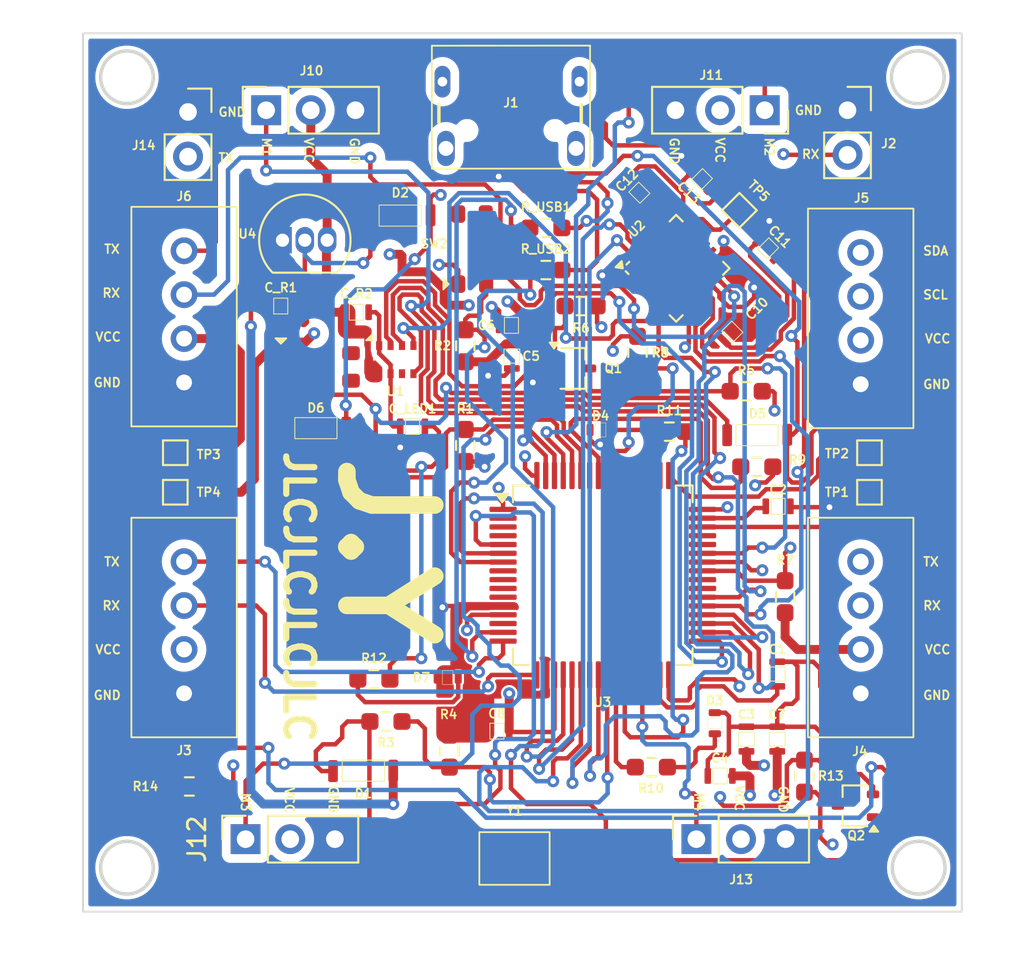
<source format=kicad_pcb>
(kicad_pcb (version 20240108) (generator "pcbnew") (generator_version "8.0")
  (layers (0 "F.Cu" signal "Front") (1 "In1.Cu" signal) (2 "In2.Cu" signal) (31 "B.Cu" signal "Back") (34 "B.Paste" user) (35 "F.Paste" user) (36 "B.SilkS" user "B.Silkscreen") (37 "F.SilkS" user "F.Silkscreen") (38 "B.Mask" user) (39 "F.Mask" user) (44 "Edge.Cuts" user))
  (net 0 "")
  (net 1 "GND")
  (net 2 "Net-(U3-VCAP_1)")
  (net 3 "Net-(U3-VCAP_2)")
  (net 4 "/VDD")
  (net 5 "Net-(C10-Pad2)")
  (net 6 "/VCC")
  (net 7 "Net-(U2-CPOUT)")
  (net 8 "Net-(U2-REGOUT)")
  (net 9 "Net-(D5-K)")
  (net 10 "Net-(D1-K)")
  (net 11 "/5V_USB")
  (net 12 "/5V")
  (net 13 "Net-(D3-A)")
  (net 14 "Net-(D4-A)")
  (net 15 "Net-(D7-A)")
  (net 16 "Net-(J1-D+)")
  (net 18 "Net-(J1-D-)")
  (net 19 "Net-(Q1-B)")
  (net 20 "/UART1_RX")
  (net 21 "/BOOT0")
  (net 22 "/NRST")
  (net 23 "Net-(U3-PC5)")
  (net 24 "/GYRO_CS")
  (net 25 "Net-(U3-PB4)")
  (net 28 "Net-(U3-PB5)")
  (net 29 "/LED1")
  (net 30 "/LED2")
  (net 31 "Net-(U3-PA4)")
  (net 32 "Net-(U3-PA1)")
  (net 35 "/GYRO_INT")
  (net 36 "/BUZZER")
  (net 38 "/UART1_TX")
  (net 39 "/SWDIO")
  (net 42 "/SWCLK")
  (net 45 "/UART5_RX")
  (net 47 "/S3")
  (net 50 "/UART6_RX")
  (net 53 "/PH0")
  (net 54 "/UART4_TX")
  (net 55 "/UART2_TX")
  (net 56 "/UART6_TX")
  (net 57 "/PH1")
  (net 58 "/S2")
  (net 59 "/UART4_RX")
  (net 60 "Net-(Q2-B)")
  (net 61 "/UART3_TX")
  (net 63 "/SBUS_OUT")
  (net 64 "/M1_Sig")
  (net 65 "/M2_Sig")
  (net 66 "/M3_Sig")
  (net 67 "/M4_Sig")
  (net 68 "/SDA")
  (net 69 "/SCL")
  (net 70 "/GYRO_MOSI")
  (net 71 "/GYRO_MISO")
  (net 72 "/GYRO_SCK")
  (net 73 "/BARO_CS")
  (net 74 "/BARO_SCK")
  (net 77 "/UART2_RX")
  (net 78 "/UART3_RX")
  (net 79 "/BARO_MISO")
  (net 80 "/BARO_MOSI")
  (net 81 "/SBUS_IN")
  (net 82 "/UART5_TX")
  (footprint "test:KMR221G LFS" (layer "F.Cu") (at 81.4 70.4 90)
    (property "Reference" "SW2" (hide yes))
    (property "Value" "TL1105SPF160Q1CBLK" (hide yes))
  )
  (footprint "test:LTST-C191KGKT" (layer "F.Cu") (at 95.2 97.4)
    (property "Reference" "D3")
    (property "Value" "LED1" (hide yes))
  )
  (footprint "TestPoint:TestPoint_Pad_1.0x1.0mm" (layer "F.Cu") (at 96.6 68.2 135)
    (property "Reference" "TP5")
    (property "Value" "TestPoint" (hide yes))
  )
  (footprint "test:CC0603KRX7R8BB104" (layer "F.Cu") (at 94.43033 66.459619 -45)
    (property "Reference" "C13")
    (property "Value" "0.1µF" (hide yes))
  )
  (footprint "test:CC0603KRX7R8BB104" (layer "F.Cu") (at 98.8 85.1)
    (property "Reference" "C2")
    (property "Value" "100nF" (hide yes))
  )
  (footprint "Connector_PinSocket_2.54mm:PinSocket_1x03_P2.54mm_Vertical" (layer "F.Cu") (at 69.67 62.5 90)
    (property "Reference" "J10")
    (property "Value" "Conn_01x03_Pin" (hide yes))
  )
  (footprint "Package_QFP:LQFP-64_10x10mm_P0.5mm" (layer "F.Cu") (at 88.825 88.975)
    (property "Reference" "U3")
    (property "Value" "STM32F405RGTx" (hide yes))
  )
  (footprint "test:CC0603KRX7R8BB104" (layer "F.Cu") (at 83.6 76.5 -90)
    (property "Reference" "C5")
    (property "Value" "100nF" (hide yes))
  )
  (footprint "Resistor_SMD:R_0603_1608Metric_Pad0.98x0.95mm_HandSolder" (layer "F.Cu") (at 100.3 100.4125 90)
    (property "Reference" "R13")
    (property "Value" "10k" (hide yes))
  )
  (footprint "test:JST_B4B" (layer "F.Cu") (at 65 90.7 90)
    (property "Reference" "J3")
    (property "Value" "B4B-XH-A_LF__SN_" (hide yes))
  )
  (footprint "Connector_PinSocket_2.54mm:PinSocket_1x03_P2.54mm_Vertical" (layer "F.Cu") (at 98.04 62.5 -90)
    (property "Reference" "J11")
    (property "Value" "Conn_01x03_Pin" (hide yes))
  )
  (footprint "Resistor_SMD:R_0603_1608Metric_Pad0.98x0.95mm_HandSolder" (layer "F.Cu") (at 76.4875 97.3 180)
    (property "Reference" "R3")
    (property "Value" "10k" (hide yes))
  )
  (footprint "test:CC0603KRX7R8BB104" (layer "F.Cu") (at 98.8 94.6 90)
    (property "Reference" "C1")
    (property "Value" "100nF" (hide yes))
  )
  (footprint "test:ABLS-8.000MHZ-B4-T" (layer "F.Cu") (at 83.8 105.1)
    (property "Reference" "Y1")
    (property "Value" "8MHz" (hide yes))
  )
  (footprint "test:CC0603KRX7R8BB104" (layer "F.Cu") (at 82.8 97.9)
    (property "Reference" "C8")
    (property "Value" "100nF" (hide yes))
  )
  (footprint "Resistor_SMD:R_0603_1608Metric_Pad0.98x0.95mm_HandSolder" (layer "F.Cu") (at 85.5875 71.6)
    (property "Reference" "R_USB2")
    (property "Value" "22" (hide yes))
  )
  (footprint "test:DFLS130L-7" (layer "F.Cu") (at 97.6 81)
    (property "Reference" "D5")
    (property "Value" "DFLS130L-7" (hide yes))
  )
  (footprint "Resistor_SMD:R_0603_1608Metric_Pad0.98x0.95mm_HandSolder" (layer "F.Cu") (at 96.9875 78.5 180)
    (property "Reference" "R5")
    (property "Value" "10k" (hide yes))
  )
  (footprint "TestPoint:TestPoint_Pad_1.0x1.0mm" (layer "F.Cu") (at 64.5 84.25 90)
    (property "Reference" "TP4")
    (property "Value" "TestPoint" (hide yes))
  )
  (footprint "Package_TO_SOT_THT:TO-92_Inline" (layer "F.Cu") (at 70.6 69.9)
    (property "Reference" "U4")
    (property "Value" "LM79L05_TO92" (hide yes))
  )
  (footprint "test:CC0603KRX7R8BB104" (layer "F.Cu") (at 90.940381 67.23033 45)
    (property "Reference" "C12")
    (property "Value" "2.2nF" (hide yes))
  )
  (footprint "Resistor_SMD:R_0603_1608Metric_Pad0.98x0.95mm_HandSolder" (layer "F.Cu") (at 75.8 94.9 180)
    (property "Reference" "R12")
    (property "Value" "120" (hide yes))
  )
  (footprint "Sensor_Motion:InvenSense_QFN-24_4x4mm_P0.5mm" (layer "F.Cu") (at 93 71.5 45)
    (property "Reference" "U2")
    (property "Value" "MPU-6000" (hide yes))
  )
  (footprint "test:LTST-C191KGKT" (layer "F.Cu") (at 80 94.8 90)
    (property "Reference" "D7")
    (property "Value" "LED_ON_OFF" (hide yes))
  )
  (footprint "test:CC0603KRX7R8BB104" (layer "F.Cu") (at 97.05 98.3 90)
    (property "Reference" "C3")
    (property "Value" "100nF" (hide yes))
  )
  (footprint "test:DFLS130L-7" (layer "F.Cu") (at 72.5 80.6)
    (property "Reference" "D6")
    (property "Value" "DFLS130L-7" (hide yes))
  )
  (footprint "test:BMP280" (layer "F.Cu") (at 77.025 76.7)
    (property "Reference" "U1")
    (property "Value" "BMP280" (hide yes))
  )
  (footprint "test:JST_B4B" (layer "F.Cu") (at 103.5 90.7 90)
    (property "Reference" "J4")
    (property "Value" "B4B-XH-A_LF__SN_" (hide yes))
  )
  (footprint "test:DFLS130L-7" (layer "F.Cu") (at 75.2 100.1 180)
    (property "Reference" "D1")
    (property "Value" "DFLS130L-7" (hide yes))
  )
  (footprint "Package_TO_SOT_SMD:SOT-323_SC-70" (layer "F.Cu") (at 103.2 102.1 180)
    (property "Reference" "Q2")
    (property "Value" "BC817W" (hide yes))
  )
  (footprint "test:LTST-C191KGKT" (layer "F.Cu") (at 88.7 80.7 90)
    (property "Reference" "D4")
    (property "Value" "LED2" (hide yes))
  )
  (footprint "test:CC0603KRX7R8BB104" (layer "F.Cu") (at 98.2 70.4 -45)
    (property "Reference" "C11")
    (property "Value" "1µF" (hide yes))
  )
  (footprint "TestPoint:TestPoint_Pad_1.0x1.0mm" (layer "F.Cu") (at 104 84.25)
    (property "Reference" "TP1")
    (property "Value" "TestPoint" (hide yes))
  )
  (footprint "Resistor_SMD:R_0603_1608Metric_Pad0.98x0.95mm_HandSolder" (layer "F.Cu") (at 85.5875 69.2)
    (property "Reference" "R_USB1")
    (property "Value" "22" (hide yes))
  )
  (footprint "test:CC0603KRX7R8BB104" (layer "F.Cu") (at 83.625 74.7 180)
    (property "Reference" "C6")
    (property "Value" "100nF" (hide yes))
  )
  (footprint "Resistor_SMD:R_0603_1608Metric_Pad0.98x0.95mm_HandSolder" (layer "F.Cu") (at 81 75.9125 -90)
    (property "Reference" "R2")
    (property "Value" "10k" (hide yes))
  )
  (footprint "Resistor_SMD:R_0603_1608Metric_Pad0.98x0.95mm_HandSolder" (layer "F.Cu") (at 80.1 98.9875 90)
    (property "Reference" "R4")
    (property "Value" "10k" (hide yes))
  )
  (footprint "test:CC0603KRX7R8BB104" (layer "F.Cu") (at 78 80.55)
    (property "Reference" "C_LED1")
    (property "Value" "10μF" (hide yes))
  )
  (footprint "test:JST_B4B" (layer "F.Cu") (at 103.5 73.1 90)
    (property "Reference" "J5")
    (property "Value" "B4B-XH-A_LF__SN_" (hide yes))
  )
  (footprint "Resistor_SMD:R_0603_1608Metric_Pad0.98x0.95mm_HandSolder" (layer "F.Cu") (at 99.2 90.2 90)
    (property "Reference" "R7")
    (property "Value" "10k" (hide yes))
  )
  (footprint "test:CC0603KRX7R8BB104" (layer "F.Cu") (at 96.159619 75.06967 -135)
    (property "Reference" "C10")
    (property "Value" "0.1µF" (hide yes))
  )
  (footprint "Resistor_SMD:R_0603_1608Metric_Pad0.98x0.95mm_HandSolder" (layer "F.Cu") (at 87.5875 73.65 180)
    (property "Reference" "R6")
    (property "Value" "4.7k" (hide yes))
  )
  (footprint "Resistor_SMD:R_0603_1608Metric_Pad0.98x0.95mm_HandSolder" (layer "F.Cu") (at 91.5875 99.9)
    (property "Reference" "R10")
    (property "Value" "1k" (hide yes))
  )
  (footprint "Resistor_SMD:R_0603_1608Metric_Pad0.98x0.95mm_HandSolder" (layer "F.Cu") (at 81 81.5875 -90)
    (property "Reference" "R1")
    (property "Value" "10k" (hide yes))
  )
  (footprint "test:DFLS130L-7" (layer "F.Cu") (at 77.3 68.5)
    (property "Reference" "D2")
    (property "Value" "DFLS130L-7" (hide yes))
  )
  (footprint "test:USB_C" (layer "F.Cu") (at 83.6 61.575 180)
    (property "Reference" "J1")
    (property "Value" "USB_Micro_B" (hide yes))
  )
  (footprint "TestPoint:TestPoint_Pad_1.0x1.0mm" (layer "F.Cu") (at 64.5 82 180)
    (property "Reference" "TP3")
    (property "Value" "TestPoint" (hide yes))
  )
  (footprint "Resistor_SMD:R_0603_1608Metric_Pad0.98x0.95mm_HandSolder" (layer "F.Cu") (at 92.6125 80.8 180)
    (property "Reference" "R11")
    (property "Value" "1k" (hide yes))
  )
  (footprint "test:JST_B4B" (layer "F.Cu") (at 65 73 90)
    (property "Reference" "J6")
    (property "Value" "B4B-XH-A_LF__SN_" (hide yes))
  )
  (footprint "Connector_PinSocket_2.54mm:PinSocket_1x02_P2.54mm_Vertical" (layer "F.Cu") (at 65.225 62.6)
    (property "Reference" "J14")
    (property "Value" "B2B-XH-A__LF__SN_" (hide yes))
  )
  (footprint "Resistor_SMD:R_0603_1608Metric_Pad0.98x0.95mm_HandSolder" (layer "F.Cu") (at 97.5875 82.8 180)
    (property "Reference" "R9")
    (property "Value" "10k" (hide yes))
  )
  (footprint "Package_TO_SOT_SMD:SOT-323_SC-70" (layer "F.Cu") (at 87.1 77.2)
    (property "Reference" "Q1")
    (property "Value" "BC817W" (hide yes))
  )
  (footprint "Resistor_SMD:R_0603_1608Metric_Pad0.98x0.95mm_HandSolder" (layer "F.Cu") (at 65.3 101)
    (property "Reference" "R14")
    (property "Value" "4.7k" (hide yes))
  )
  (footprint "test:CC0603KRX7R8BB104" (layer "F.Cu") (at 70.5 73.7)
    (property "Reference" "C_R1")
    (property "Value" "10µF" (hide yes))
  )
  (footprint "test:CC0603KRX7R8BB104" (layer "F.Cu") (at 74.8 74.05)
    (property "Reference" "C_R2")
    (property "Value" "10µF" (hide yes))
  )
  (footprint "test:KMR221G LFS" (layer "F.Cu") (at 72.51 77.135)
    (property "Reference" "SW1" (hide yes))
    (property "Value" "TL1105SPF160Q1CBLK" (hide yes))
  )
  (footprint "Connector_PinSocket_2.54mm:PinSocket_1x02_P2.54mm_Vertical" (layer "F.Cu") (at 102.75 62.5)
    (property "Reference" "J2")
    (property "Value" "B2B-XH-A__LF__SN_" (hide yes))
  )
  (footprint "Connector_PinSocket_2.54mm:PinSocket_1x03_P2.54mm_Vertical" (layer "F.Cu") (at 94.15 104 90)
    (property "Reference" "J13")
    (property "Value" "Conn_01x03_Pin" (hide yes))
  )
  (footprint "TestPoint:TestPoint_Pad_1.0x1.0mm" (layer "F.Cu") (at 104 82 180)
    (property "Reference" "TP2")
    (property "Value" "TestPoint" (hide yes))
  )
  (footprint "test:CC0603KRX7R8BB104" (layer "F.Cu") (at 98.8 98.3 90)
    (property "Reference" "C7")
    (property "Value" "100nF" (hide yes))
  )
  (footprint "test:CC0603KRX7R8BB104" (layer "F.Cu") (at 95.5 100.35 180)
    (property "Reference" "C4")
    (property "Value" "100nF" (hide yes))
  )
  (footprint "Resistor_SMD:R_0603_1608Metric_Pad0.98x0.95mm_HandSolder" (layer "F.Cu") (at 90.8 76.2875 -90)
    (property "Reference" "R8")
    (property "Value" "10k" (hide yes))
  )
  (footprint "Connector_PinSocket_2.54mm:PinSocket_1x03_P2.54mm_Vertical" (layer "F.Cu") (at 68.5 104 90)
    (property "Reference" "J12")
    (property "Value" "Conn_01x03_Pin" (hide yes))
  )
  (gr_circle (center 61.75 60.625) (end 63.25 60.625) (stroke (width 0.2)) (fill none) (layer "Edge.Cuts"))
  (gr_circle (center 106.8 105.625) (end 108.3 105.625) (stroke (width 0.2)) (fill none) (layer "Edge.Cuts"))
  (gr_circle (center 61.75 105.625) (end 63.25 105.625) (stroke (width 0.2)) (fill none) (layer "Edge.Cuts"))
  (gr_circle (center 106.75 60.625) (end 108.25 60.625) (stroke (width 0.2)) (fill none) (layer "Edge.Cuts"))
  (gr_rect (start 59.25 58.125) (end 109.25 108.125) (stroke (width 0.1)) (fill none) (layer "Edge.Cuts"))
  (gr_text "VCC" (at 107.1 93.5 0) (layer "F.SilkS") (effects (font (size 0.5 0.5) (thickness 0.1) (bold yes)) (justify left bottom)))
  (gr_text "GND" (at 92.6 64 270) (layer "F.SilkS") (effects (font (size 0.5 0.5) (thickness 0.1) (bold yes)) (justify left bottom)))
  (gr_text "GND" (at 107 96.1 0) (layer "F.SilkS") (effects (font (size 0.5 0.5) (thickness 0.1) (bold yes)) (justify left bottom)))
  (gr_text "RX" (at 100.1 65.3 0) (layer "F.SilkS") (effects (font (size 0.5 0.5) (thickness 0.1) (bold yes)) (justify left bottom)))
  (gr_text "TX" (at 66.9 65.5 0) (layer "F.SilkS") (effects (font (size 0.5 0.5) (thickness 0.1) (bold yes)) (justify left bottom)))
  (gr_text "GND" (at 74.4 64 270) (layer "F.SilkS") (effects (font (size 0.5 0.5) (thickness 0.1) (bold yes)) (justify left bottom)))
  (gr_text "VCC" (at 59.9 75.7 0) (layer "F.SilkS") (effects (font (size 0.5 0.5) (thickness 0.1) (bold yes)) (justify left bottom)))
  (gr_text "J.Y" (at 73.6 81.7 270) (layer "F.SilkS") (effects (font (size 5 5) (thickness 1) (bold yes)) (justify left bottom)))
  (gr_text "GND" (at 59.8 78.3 0) (layer "F.SilkS") (effects (font (size 0.5 0.5) (thickness 0.1) (bold yes)) (justify left bottom)))
  (gr_text "VCC" (at 107.1 75.8 0) (layer "F.SilkS") (effects (font (size 0.5 0.5) (thickness 0.1) (bold yes)) (justify left bottom)))
  (gr_text "VCC" (at 95.2 64 270) (layer "F.SilkS") (effects (font (size 0.5 0.5) (thickness 0.1) (bold yes)) (justify left bottom)))
  (gr_text "M3" (at 68.2 101.3 270) (layer "F.SilkS") (effects (font (size 0.5 0.5) (thickness 0.1) (bold yes)) (justify left bottom)))
  (gr_text "GND" (at 66.9 62.9 0) (layer "F.SilkS") (effects (font (size 0.5 0.5) (thickness 0.1) (bold yes)) (justify left bottom)))
  (gr_text "VCC" (at 96.3 100.9 270) (layer "F.SilkS") (effects (font (size 0.5 0.5) (thickness 0.1) (bold yes)) (justify left bottom)))
  (gr_text "TX" (at 107 88.5 0) (layer "F.SilkS") (effects (font (size 0.5 0.5) (thickness 0.1) (bold yes)) (justify left bottom)))
  (gr_text "RX" (at 107 91 0) (layer "F.SilkS") (effects (font (size 0.5 0.5) (thickness 0.1) (bold yes)) (justify left bottom)))
  (gr_text "RX" (at 60.3 73.2 0) (layer "F.SilkS") (effects (font (size 0.5 0.5) (thickness 0.1) (bold yes)) (justify left bottom)))
  (gr_text "GND" (at 99.7 62.8 0) (layer "F.SilkS") (effects (font (size 0.5 0.5) (thickness 0.1) (bold yes)) (justify left bottom)))
  (gr_text "GND" (at 107 78.4 0) (layer "F.SilkS") (effects (font (size 0.5 0.5) (thickness 0.1) (bold yes)) (justify left bottom)))
  (gr_text "M1" (at 69.4 64 -90) (layer "F.SilkS") (effects (font (size 0.5 0.5) (thickness 0.1) (bold yes)) (justify left bottom)))
  (gr_text "RX" (at 60.3 91 0) (layer "F.SilkS") (effects (font (size 0.5 0.5) (thickness 0.1) (bold yes)) (justify left bottom)))
  (gr_text "M4" (at 94 101.3 270) (layer "F.SilkS") (effects (font (size 0.5 0.5) (thickness 0.1) (bold yes)) (justify left bottom)))
  (gr_text "GND" (at 59.8 96.1 0) (layer "F.SilkS") (effects (font (size 0.5 0.5) (thickness 0.1) (bold yes)) (justify left bottom)))
  (gr_text "VCC" (at 59.9 93.5 0) (layer "F.SilkS") (effects (font (size 0.5 0.5) (thickness 0.1) (bold yes)) (justify left bottom)))
  (gr_text "VCC" (at 71.8 64 270) (layer "F.SilkS") (effects (font (size 0.5 0.5) (thickness 0.1) (bold yes)) (justify left bottom)))
  (gr_text "TX" (at 60.4 88.5 0) (layer "F.SilkS") (effects (font (size 0.5 0.5) (thickness 0.1) (bold yes)) (justify left bottom)))
  (gr_text "SDA" (at 107 70.8 0) (layer "F.SilkS") (effects (font (size 0.5 0.5) (thickness 0.1) (bold yes)) (justify left bottom)))
  (gr_text "GND" (at 98.8 100.9 270) (layer "F.SilkS") (effects (font (size 0.5 0.5) (thickness 0.1) (bold yes)) (justify left bottom)))
  (gr_text "GND\n" (at 73.2 100.9 270) (layer "F.SilkS") (effects (font (size 0.5 0.5) (thickness 0.1) (bold yes)) (justify left bottom)))
  (gr_text "VCC" (at 70.7 101 270) (layer "F.SilkS") (effects (font (size 0.5 0.5) (thickness 0.1) (bold yes)) (justify left bottom)))
  (gr_text "M2\n" (at 98 64 270) (layer "F.SilkS") (effects (font (size 0.5 0.5) (thickness 0.1) (bold yes)) (justify left bottom)))
  (gr_text "JLCJLCJLCJLC" (at 70.6 81.75 270) (layer "F.SilkS") (effects (font (size 1.6 1.6) (thickness 0.35) (bold yes)) (justify left bottom)))
  (gr_text "SCL" (at 107 73.3 0) (layer "F.SilkS") (effects (font (size 0.5 0.5) (thickness 0.1) (bold yes)) (justify left bottom)))
  (gr_text "TX" (at 60.4 70.7 0) (layer "F.SilkS") (effects (font (size 0.5 0.5) (thickness 0.1) (bold yes)) (justify left bottom)))
  (segment (start 90.342283 71.6) (end 90 71.6) (width 0.254) (layer "F.Cu") (net 1))
  (segment (start 98.261184 67) (end 97.8 67) (width 0.254) (layer "F.Cu") (net 1))
  (segment (start 91.8 65.7) (end 90.9 65.7) (width 0.254) (layer "F.Cu") (net 1))
  (segment (start 94.8 99.5) (end 94.8 100.4) (width 0.254) (layer "F.Cu") (net 1))
  (segment (start 70.6 71.6) (end 71.2 72.2) (width 0.254) (layer "F.Cu") (net 1))
  (segment (start 82.9 66.2761) (end 82.8761 66.2761) (width 0.254) (layer "F.Cu") (net 1))
  (segment (start 101.2 95.3) (end 101.6 95.7) (width 0.254) (layer "F.Cu") (net 1))
  (segment (start 99.9 94.15) (end 99.65 93.9) (width 0.254) (layer "F.Cu") (net 1))
  (segment (start 100.9 97.6) (end 101.4 98.1) (width 0.254) (layer "F.Cu") (net 1))
  (segment (start 99.2 96.3) (end 99.6 96.3) (width 0.254) (layer "F.Cu") (net 1))
  (segment (start 94.032233 68.7) (end 94.5 68.7) (width 0.254) (layer "F.Cu") (net 1))
  (segment (start 90 71.6) (end 89.6 72) (width 0.254) (layer "F.Cu") (net 1))
  (segment (start 76.75 76.996) (end 76.75 77.5) (width 0.254) (layer "F.Cu") (net 1))
  (segment (start 90.737258 71.994975) (end 90.342283 71.6) (width 0.254) (layer "F.Cu") (net 1))
  (segment (start 99.6 96.3) (end 99.9 96) (width 0.254) (layer "F.Cu") (net 1))
  (segment (start 103.5 100.3) (end 104.2 101) (width 0.254) (layer "F.Cu") (net 1))
  (segment (start 95.9 99.2) (end 95.1 99.2) (width 0.254) (layer "F.Cu") (net 1))
  (segment (start 96 99.1) (end 95.9 99.2) (width 0.254) (layer "F.Cu") (net 1))
  (segment (start 98.4 70) (end 98.4 70.529289) (width 0.254) (layer "F.Cu") (net 1))
  (segment (start 99.040381 70.859619) (end 99.319 70.581) (width 0.254) (layer "F.Cu") (net 1))
  (segment (start 80.6 71.6) (end 80.6 72.4) (width 0.254) (layer "F.Cu") (net 1))
  (segment (start 82.8761 66.2761) (end 82.3 65.7) (width 0.254) (layer "F.Cu") (net 1))
  (segment (start 97.8 67) (end 96.6 68.2) (width 0.254) (layer "F.Cu") (net 1))
  (segment (start 95.1 99.2) (end 94.8 99.5) (width 0.254) (layer "F.Cu") (net 1))
  (segment (start 95.302137 67.4) (end 95.8 67.4) (width 0.254) (layer "F.Cu") (net 1))
  (segment (start 93.494975 69.237258) (end 94.032233 68.7) (width 0.254) (layer "F.Cu") (net 1))
  (segment (start 98.75 93.9) (end 100.8 93.9) (width 0.254) (layer "F.Cu") (net 1))
  (segment (start 101.4 99.261184) (end 102.438816 100.3) (width 0.254) (layer "F.Cu") (net 1))
  (segment (start 93.4 66.5) (end 93.4 66.9) (width 0.254) (layer "F.Cu") (net 1))
  (segment (start 96 97.6) (end 96 99.1) (width 0.254) (layer "F.Cu") (net 1))
  (segment (start 79.775 90.725) (end 79.7 90.8) (width 0.254) (layer "F.Cu") (net 1))
  (segment (start 99.65 93.9) (end 98.75 93.9) (width 0.254) (layer "F.Cu") (net 1))
  (segment (start 95.9969 73.6969) (end 95.462 73.162) (width 0.254) (layer "F.Cu") (net 1))
  (segment (start 102.438816 100.3) (end 103.5 100.3) (width 0.254) (layer "F.Cu") (net 1))
  (segment (start 81.45 97.85) (end 82.1 97.85) (width 0.254) (layer "F.Cu") (net 1))
  (segment (start 96.9031 73.6969) (end 95.9969 73.6969) (width 0.254) (layer "F.Cu") (net 1))
  (segment (start 101.2 94.3) (end 101.2 95.3) (width 0.254) (layer "F.Cu") (net 1))
  (segment (start 98.75 97.6) (end 98.75 96.75) (width 0.254) (layer "F.Cu") (net 1))
  (segment (start 98.7 69.7) (end 98.4 70) (width 0.254) (layer "F.Cu") (net 1))
  (segment (start 82.925 74.75) (end 82.925 73.925) (width 0.254) (layer "F.Cu") (net 1))
  (segment (start 101.7239 85.1) (end 99.55 85.1) (width 0.254) (layer "F.Cu") (net 1))
  (segment (start 99.319 68.057816) (end 98.261184 67) (width 0.254) (layer "F.Cu") (net 1))
  (segment (start 90 66.6) (end 90 67.279898) (width 0.254) (layer "F.Cu") (net 1))
  (segment (start 85.575 82.175) (end 85.575 83.3) (width 0.254) (layer "F.Cu") (net 1))
  (segment (start 88.8 72) (end 88.8 71.9031) (width 0.254) (layer "F.Cu") (net 1))
  (segment (start 83.15 90.725) (end 79.775 90.725) (width 0.254) (layer "F.Cu") (net 1))
  (segment (start 76.1 75.9) (end 76.1 74.2) (width 0.254) (layer "F.Cu") (net 1))
  (segment (start 77.3 80.5) (end 77.3 81.7) (width 0.254) (layer "F.Cu") (net 1))
  (segment (start 90 67.279898) (end 90.410051 67.689949) (width 0.254) (layer "F.Cu") (net 1))
  (segment (start 89.6 72) (end 88.8 72) (width 0.254) (layer "F.Cu") (net 1))
  (segment (start 88.366743 81.527927) (end 88.677483 81.527927) (width 0.254) (layer "F.Cu") (net 1))
  (segment (start 98.3 68.8) (end 98.7 69.2) (width 0.254) (layer "F.Cu") (net 1))
  (segment (start 93.3 65.1) (end 93.3 65.258578) (width 0.254) (layer "F.Cu") (net 1))
  (segment (start 70.6 69.9) (end 70.6 71.6) (width 0.254) (layer "F.Cu") (net 1))
  (segment (start 76.1 74.2) (end 75.9 74) (width 0.254) (layer "F.Cu") (net 1))
  (segment (start 98.4 70.529289) (end 98.73033 70.859619) (width 0.254) (layer "F.Cu") (net 1))
  (segment (start 101.4 98.1) (end 101.4 99.261184) (width 0.254) (layer "F.Cu") (net 1))
  (segment (start 85.1019 77.9981) (end 85.25 77.85) (width 0.254) (layer "F.Cu") (net 1))
  (segment (start 76.75 77.5) (end 76.75 80.35) (width 0.254) (layer "F.Cu") (net 1))
  (segment (start 71.2 72.2) (end 71.2 73.65) (width 0.254) (layer "F.Cu") (net 1))
  (segment (start 100.8 93.9) (end 101.2 94.3) (width 0.254) (layer "F.Cu") (net 1))
  (segment (start 81 82.5) (end 81.8 82.5) (width 0.254) (layer "F.Cu") (net 1))
  (segment (start 90.9 65.7) (end 90 66.6) (width 0.254) (layer "F.Cu") (net 1))
  (segment (start 94.5 68.7) (end 95.1 69.3) (width 0.254) (layer "F.Cu") (net 1))
  (segment (start 84.7 81.3) (end 85.575 82.175) (width 0.254) (layer "F.Cu") (net 1))
  (segment (start 96 97.6) (end 97 97.6) (width 0.254) (layer "F.Cu") (net 1))
  (segment (start 85.25 77.85) (end 86.1 77.85) (width 0.254) (layer "F.Cu") (net 1))
  (segment (start 80.1 98.075) (end 81.225 98.075) (width 0.254) (layer "F.Cu") (net 1))
  (segment (start 97.433834 73.166166) (end 96.9031 73.6969) (width 0.254) (layer "F.Cu") (net 1))
  (segment (start 97 97.6) (end 100.9 97.6) (width 0.254) (layer "F.Cu") (net 1))
  (segment (start 96 97) (end 96 97.6) (width 0.254) (layer "F.Cu") (net 1))
  (segment (start 79.5 71.3) (end 80.3 71.3) (width 0.254) (layer "F.Cu") (net 1))
  (segment (start 97.433834 72.592001) (end 97.433834 73.166166) (width 0.254) (layer "F.Cu") (net 1))
  (segment (start 76.75 80.35) (end 76.9 80.5) (width 0.254) (layer "F.Cu") (net 1))
  (segment (start 93.494975 69.237258) (end 93 68.742283) (width 0.254) (layer "F.Cu") (net 1))
  (segment (start 76.9 80.5) (end 77.3 80.5) (width 0.254) (layer "F.Cu") (net 1))
  (segment (start 95.1 69.3) (end 95.5 69.3) (width 0.254) (layer "F.Cu") (net 1))
  (segment (start 80.3 71.3) (end 80.6 71.6) (width 0.254) (layer "F.Cu") (net 1))
  (segment (start 93.4 67.8) (end 93.4 67.3) (width 0.254) (layer "F.Cu") (net 1))
  (segment (start 101.6 95.7) (end 103.5 95.7) (width 0.254) (layer "F.Cu") (net 1))
  (segment (start 84.3 81.3) (end 84.7 81.3) (width 0.254) (layer "F.Cu") (net 1))
  (segment (start 95.2 96.8) (end 95.8 96.8) (width 0.254) (layer "F.Cu") (net 1))
  (segment (start 95.462 73.162) (end 95.462 72.90134) (width 0.254) (layer "F.Cu") (net 1))
  (segment (start 75.9 74) (end 75.5 74) (width 0.254) (layer "F.Cu") (net 1))
  (segment (start 88.1 81.261184) (end 88.366743 81.527927) (width 0.254) (layer "F.Cu") (net 1))
  (segment (start 96.6 97.6) (end 97 97.6) (width 0.254) (layer "F.Cu") (net 1))
  (segment (start 82.925 73.925) (end 82.7 73.7) (width 0.254) (layer "F.Cu") (net 1))
  (segment (start 76.1 75.9) (end 76.1 76.346) (width 0.254) (layer "F.Cu") (net 1))
  (segment (start 104.2 101) (end 104.2 101.5) (width 0.254) (layer "F.Cu") (net 1))
  (segment (start 93 68.2) (end 93.4 67.8) (width 0.254) (layer "F.Cu") (net 1))
  (segment (start 93.4 66.9) (end 94.3 67.8) (width 0.254) (layer "F.Cu") (net 1))
  (segment (start 81.225 98.075) (end 81.45 97.85) (width 0.254) (layer "F.Cu") (net 1))
  (segment (start 76.1 76.346) (end 76.75 76.996) (width 0.254) (layer "F.Cu") (net 1))
  (segment (start 88.1 80.7) (end 88.1 81.261184) (width 0.254) (layer "F.Cu") (net 1))
  (segment (start 95.8 96.8) (end 96 97) (width 0.254) (layer "F.Cu") (net 1))
  (segment (start 99.55 85.1) (end 99.5 85.05) (width 0.254) (layer "F.Cu") (net 1))
  (segment (start 93.4 67.3) (end 91.8 65.7) (width 0.254) (layer "F.Cu") (net 1))
  (segment (start 98.7 69.2) (end 98.7 69.7) (width 0.254) (layer "F.Cu") (net 1))
  (segment (start 94.3 67.8) (end 94.902137 67.8) (width 0.254) (layer "F.Cu") (net 1))
  (segment (start 82.3 77.6171) (end 83.2329 77.6171) (width 0.254) (layer "F.Cu") (net 1))
  (segment (start 82.3 65.7) (end 82.3 64.7) (width 0.254) (layer "F.Cu") (net 1))
  (segment (start 98.93033 70.859619) (end 99.040381 70.859619) (width 0.254) (layer "F.Cu") (net 1))
  (segment (start 95.8 67.4) (end 96.6 68.2) (width 0.254) (layer "F.Cu") (net 1))
  (segment (start 99.319 70.581) (end 99.319 68.057816) (width 0.254) (layer "F.Cu") (net 1))
  (segment (start 93 68.742283) (end 93 68.2) (width 0.254) (layer "F.Cu") (net 1))
  (segment (start 95.462 72.90134) (end 94.909188 72.348528) (width 0.254) (layer "F.Cu") (net 1))
  (segment (start 83.2329 77.6171) (end 83.65 77.2) (width 0.254) (layer "F.Cu") (net 1))
  (segment (start 84.846043 77.9981) (end 85.1019 77.9981) (width 0.254) (layer "F.Cu") (net 1))
  (segment (start 81.8 82.5) (end 82.1 82.8) (width 0.254) (layer "F.Cu") (net 1))
  (segment (start 82.7 73.7) (end 82.5 73.7) (width 0.254) (layer "F.Cu") (net 1))
  (segment (start 94.902137 67.8) (end 95.302137 67.4) (width 0.254) (layer "F.Cu") (net 1))
  (segment (start 99.9 96) (end 99.9 94.15) (width 0.254) (layer "F.Cu") (net 1))
  (segment (start 93.970711 65.929289) (end 93.4 66.5) (width 0.254) (layer "F.Cu") (net 1))
  (segment (start 93.3 65.258578) (end 93.970711 65.929289) (width 0.254) (layer "F.Cu") (net 1))
  (segment (start 95.5 69.3) (end 96.6 68.2) (width 0.254) (layer "F.Cu") (net 1))
  (segment (start 98.75 96.75) (end 99.2 96.3) (width 0.254) (layer "F.Cu") (net 1))
  (via (at 82.9 66.2761) (size 0.6858) (drill 0.3302) (layers "F.Cu" "B.Cu") (net 1))
  (via (at 84.3 81.3) (size 0.6858) (drill 0.3302) (layers "F.Cu" "B.Cu") (net 1))
  (via (at 77.3 81.7) (size 0.6858) (drill 0.3302) (layers "F.Cu" "B.Cu") (net 1))
  (via (at 97.433834 72.592001) (size 0.6858) (drill 0.3302) (layers "F.Cu" "B.Cu") (net 1))
  (via (at 98.3 68.8) (size 0.6858) (drill 0.3302) (layers "F.Cu" "B.Cu") (net 1))
  (via (at 101.7239 85.1) (size 0.6858) (drill 0.3302) (layers "F.Cu" "B.Cu") (net 1))
  (via (at 82.3 77.6171) (size 0.6858) (drill 0.3302) (layers "F.Cu" "B.Cu") (net 1))
  (via (at 79.7 90.8) (size 0.6858) (drill 0.3302) (layers "F.Cu" "B.Cu") (net 1))
  (via (at 82.1 82.8) (size 0.6858) (drill 0.3302) (layers "F.Cu" "B.Cu") (net 1))
  (via (at 88.677483 81.527927) (size 0.6858) (drill 0.3302) (layers "F.Cu" "B.Cu") (net 1))
  (via (at 79.5 71.3) (size 0.6858) (drill 0.3302) (layers "F.Cu" "B.Cu") (net 1))
  (via (at 82.5 73.7) (size 0.6858) (drill 0.3302) (layers "F.Cu" "B.Cu") (net 1))
  (via (at 88.8 71.9031) (size 0.6858) (drill 0.3302) (layers "F.Cu" "B.Cu") (net 1))
  (via (at 93.3 65.1) (size 0.6858) (drill 0.3302) (layers "F.Cu" "B.Cu") (net 1))
  (via (at 84.846043 77.9981) (size 0.6858) (drill 0.3302) (layers "F.Cu" "B.Cu") (net 1))
  (segment (start 106 85.1) (end 106 78.9) (width 0.254) (layer "B.Cu") (net 1))
  (segment (start 101.7239 85.1) (end 106 85.1) (width 0.254) (layer "B.Cu") (net 1))
  (segment (start 105.2 78.1) (end 103.5 78.1) (width 0.254) (layer "B.Cu") (net 1))
  (segment (start 106 78.9) (end 105.2 78.1) (width 0.254) (layer "B.Cu") (net 1))
  (segment (start 92.5 96.5) (end 93.9 96.5) (width 0.254) (layer "F.Cu") (net 2))
  (segment (start 93.9 96.5) (end 94.2 96.2) (width 0.254) (layer "F.Cu") (net 2))
  (segment (start 95.7 95.3) (end 96.5 96.1) (width 0.254) (layer "F.Cu") (net 2))
  (segment (start 96.5 96.1) (end 98.4 96.1) (width 0.254) (layer "F.Cu") (net 2))
  (segment (start 92.075 94.65) (end 92.075 96.075) (width 0.254) (layer "F.Cu") (net 2))
  (segment (start 94.2 95.5) (end 94.4 95.3) (width 0.254) (layer "F.Cu") (net 2))
  (segment (start 92.075 96.075) (end 92.5 96.5) (width 0.254) (layer "F.Cu") (net 2))
  (segment (start 94.4 95.3) (end 95.7 95.3) (width 0.254) (layer "F.Cu") (net 2))
  (segment (start 98.75 95.75) (end 98.75 95.3) (width 0.254) (layer "F.Cu") (net 2))
  (segment (start 94.2 96.2) (end 94.2 95.5) (width 0.254) (layer "F.Cu") (net 2))
  (segment (start 98.4 96.1) (end 98.75 95.75) (width 0.254) (layer "F.Cu") (net 2))
  (segment (start 97.45 85.15) (end 98.1 85.15) (width 0.254) (layer "F.Cu") (net 3))
  (segment (start 96.875 85.725) (end 97.45 85.15) (width 0.254) (layer "F.Cu") (net 3))
  (segment (start 94.5 85.725) (end 96.875 85.725) (width 0.254) (layer "F.Cu") (net 3))
  (segment (start 83.65 75.8) (end 84.2 75.8) (width 0.508) (layer "F.Cu") (net 4))
  (segment (start 81.1 91.5) (end 81.375 91.225) (width 0.254) (layer "F.Cu") (net 4))
  (segment (start 72.4 75.2) (end 71.9 75.7) (width 0.508) (layer "F.Cu") (net 4))
  (segment (start 68.25 84.25) (end 64.5 84.25) (width 0.508) (layer "F.Cu") (net 4))
  (segment (start 84.2 75.8) (end 84.325 75.675) (width 0.508) (layer "F.Cu") (net 4))
  (segment (start 85.9 97.9) (end 83.55 97.9) (width 0.254) (layer "F.Cu") (net 4))
  (segment (start 79.996052 73.6) (end 79.8 73.403948) (width 0.508) (layer "F.Cu") (net 4))
  (segment (start 84.4 82.2) (end 84.4 82.9) (width 0.254) (layer "F.Cu") (net 4))
  (segment (start 98 99.8) (end 97.2 99.8) (width 0.508) (layer "F.Cu") (net 4))
  (segment (start 86.075 97.725) (end 85.9 97.9) (width 0.254) (layer "F.Cu") (net 4))
  (segment (start 77.3 70.7) (end 76.7 70.7) (width 0.508) (layer "F.Cu") (net 4))
  (segment (start 83.32375 75.8) (end 83.65 75.8) (width 0.508) (layer "F.Cu") (net 4))
  (segment (start 83.15 85.225) (end 83.15 84.85) (width 0.254) (layer "F.Cu") (net 4))
  (segment (start 95.919 85.1) (end 95.794 85.225) (width 0.254) (layer "F.Cu") (net 4))
  (segment (start 96.6 95.2) (end 96.6 95.3) (width 0.254) (layer "F.Cu") (net 4))
  (segment (start 81.1 92.1) (end 81.1 91.5) (width 0.254) (layer "F.Cu") (net 4))
  (segment (start 97.2 101.5) (end 97.2 100.5) (width 0.508) (layer "F.Cu") (net 4))
  (segment (start 92.575 95.975) (end 92.7 96.1) (width 0.254) (layer "F.Cu") (net 4))
  (segment (start 93.661184 96.1) (end 93.780592 95.980592) (width 0.254) (layer "F.Cu") (net 4))
  (segment (start 98.6 101.5) (end 98.75 101.35) (width 0.508) (layer "F.Cu") (net 4))
  (segment (start 71.135 75.7) (end 70.5 76.335) (width 0.508) (layer "F.Cu") (net 4))
  (segment (start 82.9 84.6) (end 82.9 84) (width 0.254) (layer "F.Cu") (net 4))
  (segment (start 95.794 85.225) (end 94.5 85.225) (width 0.254) (layer "F.Cu") (net 4))
  (segment (start 92.7 96.1) (end 93.661184 96.1) (width 0.254) (layer "F.Cu") (net 4))
  (segment (start 97.2 100.5) (end 97.1 100.4) (width 0.508) (layer "F.Cu") (net 4))
  (segment (start 94.261184 94.9) (end 96.3 94.9) (width 0.254) (layer "F.Cu") (net 4))
  (segment (start 79.8 73.403948) (end 79.8 72.703948) (width 0.508) (layer "F.Cu") (net 4))
  (segment (start 93.780592 95.380592) (end 94.261184 94.9) (width 0.254) (layer "F.Cu") (net 4))
  (segment (start 71.9 75.7) (end 71.135 75.7) (width 0.508) (layer "F.Cu") (net 4))
  (segment (start 82.29875 76.825) (end 83.32375 75.8) (width 0.508) (layer "F.Cu") (net 4))
  (segment (start 79.8 72.703948) (end 78.796052 71.7) (width 0.508) (layer "F.Cu") (net 4))
  (segment (start 69 83.5) (end 68.25 84.25) (width 0.508) (layer "F.Cu") (net 4))
  (segment (start 77.4 71.7) (end 77.4 70.8) (width 0.508) (layer "F.Cu") (net 4))
  (segment (start 86.075 94.65) (end 86.075 97.725) (width 0.254) (layer "F.Cu") (net 4))
  (segment (start 93.780592 95.980592) (end 93.780592 95.380592) (width 0.254) (layer "F.Cu") (net 4))
  (segment (start 70.51 76.335) (end 69.665 76.335) (width 0.508) (layer "F.Cu") (net 4))
  (segment (start 81.2 73.6) (end 79.996052 73.6) (width 0.508) (layer "F.Cu") (net 4))
  (segment (start 84.325 74.187565) (end 84.325 74.75) (width 0.508) (layer "F.Cu") (net 4))
  (segment (start 84.8 83.3) (end 85.075 83.3) (width 0.254) (layer "F.Cu") (net 4))
  (segment (start 83.518435 73.381) (end 84.325 74.187565) (width 0.508) (layer "F.Cu") (net 4))
  (segment (start 81 76.825) (end 82.29875 76.825) (width 0.508) (layer "F.Cu") (net 4))
  (segment (start 83.15 84.85) (end 82.9 84.6) (width 0.254) (layer "F.Cu") (net 4))
  (segment (start 83.5 95.7) (end 83.5 97.85) (width 0.508) (layer "F.Cu") (net 4))
  (segment (start 78.796052 71.7) (end 77.4 71.7) (width 0.508) (layer "F.Cu") (net 4))
  (segment (start 69.665 76.335) (end 69 77) (width 0.508) (layer "F.Cu") (net 4))
  (segment (start 97 99.6) (end 97 99) (width 0.508) (layer "F.Cu") (net 4))
  (segment (start 83.4 73.381) (end 83.518435 73.381) (width 0.508) (layer "F.Cu") (net 4))
  (segment (start 97.1 100.4) (end 96.2 100.4) (width 0.508) (layer "F.Cu") (net 4))
  (segment (start 97.2 99.8) (end 97 99.6) (width 0.508) (layer "F.Cu") (net 4))
  (segment (start 92.575 94.65) (end 92.575 95.975) (width 0.254) (layer "F.Cu") (net 4))
  (segment (start 96.3 94.9) (end 96.6 95.2) (width 0.254) (layer "F.Cu") (net 4))
  (segment (start 98.75 101.35) (end 98.75 99) (width 0.508) (layer "F.Cu") (net 4))
  (segment (start 69 77) (end 69 83.5) (width 0.508) (layer "F.Cu") (net 4))
  (segment (start 77.4 70.8) (end 77.3 70.7) (width 0.508) (layer "F.Cu") (net 4))
  (segment (start 84.4 82.9) (end 84.8 83.3) (width 0.254) (layer "F.Cu") (net 4))
  (segment (start 83.55 97.9) (end 83.5 97.85) (width 0.254) (layer "F.Cu") (net 4))
  (segment (start 81.375 91.225) (end 83.15 91.225) (width 0.254) (layer "F.Cu") (net 4))
  (segment (start 84.325 75.675) (end 84.325 74.6) (width 0.508) (layer "F.Cu") (net 4))
  (via (at 95.919 85.1) (size 0.6858) (drill 0.3302) (layers "F.Cu" "B.Cu") (net 4))
  (via (at 98.6 101.5) (size 0.6858) (drill 0.3302) (layers "F.Cu" "B.Cu") (net 4))
  (via (at 97.2 101.5) (size 0.6858) (drill 0.3302) (layers "F.Cu" "B.Cu") (net 4))
  (via (at 81.1 92.1) (size 0.6858) (drill 0.3302) (layers "F.Cu" "B.Cu") (net 4))
  (via (at 81.2 73.6) (size 0.6858) (drill 0.3302) (layers "F.Cu" "B.Cu") (net 4))
  (via (at 83.5 95.7) (size 0.6858) (drill 0.3302) (layers "F.Cu" "B.Cu") (net 4))
  (via (at 82.9 84) (size 0.6858) (drill 0.3302) (layers "F.Cu" "B.Cu") (net 4))
  (via (at 96.6 95.3) (size 0.6858) (drill 0.3302) (layers "F.Cu" "B.Cu") (net 4))
  (via (at 83.4 73.381) (size 0.6858) (drill 0.3302) (layers "F.Cu" "B.Cu") (net 4))
  (via (at 72.4 75.2) (size 0.6858) (drill 0.3302) (layers "F.Cu" "B.Cu") (net 4))
  (via (at 84.4 82.2) (size 0.6858) (drill 0.3302) (layers "F.Cu" "B.Cu") (net 4))
  (via (at 98 99.8) (size 0.6858) (drill 0.3302) (layers "F.Cu" "B.Cu") (net 4))
  (via (at 76.7 70.7) (size 0.6858) (drill 0.3302) (layers "F.Cu" "B.Cu") (net 4))
  (segment (start 76.7 70.72375) (end 76.7 70.7) (width 0.508) (layer "B.Cu") (net 4))
  (segment (start 98.5721 75.389084) (end 98.223184 75.738) (width 0.254) (layer "F.Cu") (net 5))
  (segment (start 97.210051 70.4) (end 97.210051 70.810051) (width 0.254) (layer "F.Cu") (net 5))
  (segment (start 97.740224 75.738) (end 97.459224 76.019) (width 0.254) (layer "F.Cu") (net 5))
  (segment (start 97.459224 76.019) (end 96.119 76.019) (width 0.254) (layer "F.Cu") (net 5))
  (segment (start 99.319 74.198039) (end 98.5721 74.944939) (width 0.254) (layer "F.Cu") (net 5))
  (segment (start 97.210051 70.810051) (end 99.319 72.919) (width 0.254) (layer "F.Cu") (net 5))
  (segment (start 98.5721 74.944939) (end 98.5721 75.389084) (width 0.254) (layer "F.Cu") (net 5))
  (segment (start 96.119 76.019) (end 95.7 75.6) (width 0.254) (layer "F.Cu") (net 5))
  (segment (start 98.223184 75.738) (end 97.740224 75.738) (width 0.254) (layer "F.Cu") (net 5))
  (segment (start 99.319 72.919) (end 99.319 74.198039) (width 0.254) (layer "F.Cu") (net 5))
  (segment (start 97.740381 69.86967) (end 97.210051 70.4) (width 0.254) (layer "F.Cu") (net 5))
  (segment (start 64.5 82) (end 67.4 82) (width 0.508) (layer "F.Cu") (net 6))
  (segment (start 68.2 81.2) (end 68.2 76.3) (width 0.508) (layer "F.Cu") (net 6))
  (segment (start 95.7 69.944146) (end 95.7 70.567767) (width 0.254) (layer "F.Cu") (net 6))
  (segment (start 73.1 73.7) (end 73.4 74) (width 0.508) (layer "F.Cu") (net 6))
  (segment (start 99.2 91.1125) (end 99.2 92.5) (width 0.508) (layer "F.Cu") (net 6))
  (segment (start 68.2 76.3) (end 67.4 75.5) (width 0.508) (layer "F.Cu") (net 6))
  (segment (start 99.2 92.5) (end 99.9 93.2) (width 0.508) (layer "F.Cu") (net 6))
  (segment (start 73.4 74) (end 74.1 74) (width 0.508) (layer "F.Cu") (net 6))
  (segment (start 73.1 69.94) (end 73.1 73.7) (width 0.508) (layer "F.Cu") (net 6))
  (segment (start 72.21 65.21) (end 73.14 66.14) (width 0.508) (layer "F.Cu") (net 6))
  (segment (start 99.1125 91.2) (end 99.2 91.1125) (width 0.508) (layer "F.Cu") (net 6))
  (segment (start 67.4 75.5) (end 65 75.5) (width 0.508) (layer "F.Cu") (net 6))
  (segment (start 67.4 82) (end 68.2 81.2) (width 0.508) (layer "F.Cu") (net 6))
  (segment (start 73.14 66.14) (end 73.14 69.9) (width 0.508) (layer "F.Cu") (net 6))
  (segment (start 73.14 69.9) (end 73.1 69.94) (width 0.508) (layer "F.Cu") (net 6))
  (segment (start 72.21 62.5) (end 72.21 65.21) (width 0.508) (layer "F.Cu") (net 6))
  (segment (start 99.9 93.2) (end 103.5 93.2) (width 0.508) (layer "F.Cu") (net 6))
  (segment (start 95.7 70.567767) (end 95.262742 71.005025) (width 0.254) (layer "F.Cu") (net 6))
  (via (at 95.7 69.944146) (size 0.6858) (drill 0.3302) (layers "F.Cu" "B.Cu") (net 6))
  (segment (start 92 67.3) (end 92 67.9) (width 0.254) (layer "F.Cu") (net 7))
  (segment (start 92 67.9) (end 91.5 68.4) (width 0.254) (layer "F.Cu") (net 7))
  (segment (start 91.5 68.4) (end 91.5 68.93934) (width 0.254) (layer "F.Cu") (net 7))
  (segment (start 91.4 66.7) (end 92 67.3) (width 0.254) (layer "F.Cu") (net 7))
  (segment (start 91.5 68.93934) (end 92.151472 69.590812) (width 0.254) (layer "F.Cu") (net 7))
  (segment (start 98.9531 75.102755) (end 98.9531 75.5469) (width 0.254) (layer "F.Cu") (net 8))
  (segment (start 94.9 76.4) (end 94.481 75.981) (width 0.254) (layer "F.Cu") (net 8))
  (segment (start 97.4 65.6) (end 99.7 67.9) (width 0.254) (layer "F.Cu") (net 8))
  (segment (start 98.381 76.119) (end 97.89804 76.119) (width 0.254) (layer "F.Cu") (net 8))
  (segment (start 95.081 74.357816) (end 95.081 73.227447) (width 0.254) (layer "F.Cu") (net 8))
  (segment (start 96.279898 65.6) (end 97.4 65.6) (width 0.254) (layer "F.Cu") (net 8))
  (segment (start 99.7 74.355854) (end 99.5 74.555855) (width 0.254) (layer "F.Cu") (net 8))
  (segment (start 94.481 75.981) (end 94.481 74.957816) (width 0.254) (layer "F.Cu") (net 8))
  (segment (start 94.96066 66.919238) (end 96.279898 65.6) (width 0.254) (layer "F.Cu") (net 8))
  (segment (start 97.61704 76.4) (end 94.9 76.4) (width 0.254) (layer "F.Cu") (net 8))
  (segment (start 94.481 74.957816) (end 95.081 74.357816) (width 0.254) (layer "F.Cu") (net 8))
  (segment (start 97.89804 76.119) (end 97.61704 76.4) (width 0.254) (layer "F.Cu") (net 8))
  (segment (start 95.081 73.227447) (end 94.555635 72.702082) (width 0.254) (layer "F.Cu") (net 8))
  (segment (start 98.9531 75.5469) (end 98.381 76.119) (width 0.254) (layer "F.Cu") (net 8))
  (segment (start 99.5 74.555855) (end 98.9531 75.102755) (width 0.254) (layer "F.Cu") (net 8))
  (segment (start 99.7 67.9) (end 99.7 74.355854) (width 0.254) (layer "F.Cu") (net 8))
  (segment (start 79.2 80.5) (end 78.7 80.5) (width 0.254) (layer "F.Cu") (net 9))
  (segment (start 76.481 82.742184) (end 76.754716 83.0159) (width 0.254) (layer "F.Cu") (net 9))
  (segment (start 76.481 81.842184) (end 76.481 82.742184) (width 0.254) (layer "F.Cu") (net 9))
  (segment (start 75.9 79.5) (end 75.1 78.7) (width 0.254) (layer "F.Cu") (net 9))
  (segment (start 88.042184 78.881) (end 94.597448 78.881) (width 0.254) (layer "F.Cu") (net 9))
  (segment (start 78.5 82.8) (end 79.1 82.8) (width 0.254) (layer "F.Cu") (net 9))
  (segment (start 76.7125 94.9) (end 76.7125 94.0875) (width 0.254) (layer "F.Cu") (net 9))
  (segment (start 75.9 81.261184) (end 76.481 81.842184) (width 0.254) (layer "F.Cu") (net 9))
  (segment (start 79.5 82.4) (end 79.5 80.8) (width 0.254) (layer "F.Cu") (net 9))
  (segment (start 71.5 78.7) (end 70.8 79.4) (width 0.254) (layer "F.Cu") (net 9))
  (segment (start 70.8 79.4) (end 70.8 80.45) (width 0.254) (layer "F.Cu") (net 9))
  (segment (start 94.597448 78.881) (end 95.9 80.183552) (width 0.254) (layer "F.Cu") (net 9))
  (segment (start 75.9 79.5) (end 75.9 81.261184) (width 0.254) (layer "F.Cu") (net 9))
  (segment (start 79.1 82.8) (end 79.5 82.4) (width 0.254) (layer "F.Cu") (net 9))
  (segment (start 95.9 80.183552) (end 95.9 81) (width 0.254) (layer "F.Cu") (net 9))
  (segment (start 78.2841 83.0159) (end 78.5 82.8) (width 0.254) (layer "F.Cu") (net 9))
  (segment (start 76.754716 83.0159) (end 78.2841 83.0159) (width 0.254) (layer "F.Cu") (net 9))
  (segment (start 79.9062 78.3031) (end 80.1981 78.595) (width 0.254) (layer "F.Cu") (net 9))
  (segment (start 75.1 78.7) (end 71.5 78.7) (width 0.254) (layer "F.Cu") (net 9))
  (segment (start 87.756184 78.595) (end 88.042184 78.881) (width 0.254) (layer "F.Cu") (net 9))
  (segment (start 80.1981 78.595) (end 87.756184 78.595) (width 0.254) (layer "F.Cu") (net 9))
  (segment (start 77.1 93.7) (end 78.5 93.7) (width 0.254) (layer "F.Cu") (net 9))
  (segment (start 79.5 80.8) (end 79.2 80.5) (width 0.254) (layer "F.Cu") (net 9))
  (segment (start 76.7125 94.0875) (end 77.1 93.7) (width 0.254) (layer "F.Cu") (net 9))
  (via (at 78.5 82.8) (size 0.6858) (drill 0.3302) (layers "F.Cu" "B.Cu") (net 9))
  (via (at 79.9062 78.3031) (size 0.6858) (drill 0.3302) (layers "F.Cu" "B.Cu") (net 9))
  (via (at 75.9 79.5) (size 0.6858) (drill 0.3302) (layers "F.Cu" "B.Cu") (net 9))
  (via (at 78.5 93.7) (size 0.6858) (drill 0.3302) (layers "F.Cu" "B.Cu") (net 9))
  (segment (start 75.9 79.5) (end 75.9 80) (width 0.254) (layer "B.Cu") (net 9))
  (segment (start 76.2 80.3) (end 79.5 80.3) (width 0.254) (layer "B.Cu") (net 9))
  (segment (start 79.9062 79.8938) (end 79.9062 78.3031) (width 0.254) (layer "B.Cu") (net 9))
  (segment (start 75.9 80) (end 76.2 80.3) (width 0.254) (layer "B.Cu") (net 9))
  (segment (start 78.5 93.7) (end 78.5 82.8) (width 0.254) (layer "B.Cu") (net 9))
  (segment (start 79.5 80.3) (end 79.9062 79.8938) (width 0.254) (layer "B.Cu") (net 9))
  (segment (start 68.8 74.8) (end 68.8 73.9) (width 0.254) (layer "F.Cu") (net 10))
  (segment (start 69.8 73.65) (end 69.8 74.6) (width 0.254) (layer "F.Cu") (net 10))
  (segment (start 76.900001 100.1) (end 76.900001 101.999999) (width 0.508) (layer "F.Cu") (net 10))
  (segment (start 68.8 73.9) (end 69.05 73.65) (width 0.254) (layer "F.Cu") (net 10))
  (segment (start 76.900001 101.999999) (end 76.9 102) (width 0.508) (layer "F.Cu") (net 10))
  (segment (start 75.599999 70.800001) (end 75.599999 68.5) (width 0.254) (layer "F.Cu") (net 10))
  (segment (start 71.8 74.6) (end 71.870001 74.529999) (width 0.508) (layer "F.Cu") (net 10))
  (segment (start 69.05 73.65) (end 69.8 73.65) (width 0.254) (layer "F.Cu") (net 10))
  (segment (start 69.8 74.6) (end 71.8 74.6) (width 0.254) (layer "F.Cu") (net 10))
  (segment (start 71.870001 74.529999) (end 71.870001 69.9) (width 0.254) (layer "F.Cu") (net 10))
  (segment (start 75.2 71.2) (end 75.599999 70.800001) (width 0.254) (layer "F.Cu") (net 10))
  (via (at 75.2 71.2) (size 0.6858) (drill 0.3302) (layers "F.Cu" "B.Cu") (net 10))
  (via (at 76.9 102) (size 0.6858) (drill 0.3302) (layers "F.Cu" "B.Cu") (net 10))
  (via (at 68.8 74.8) (size 0.6858) (drill 0.3302) (layers "F.Cu" "B.Cu") (net 10))
  (segment (start 75.2 71.2) (end 72.3 71.2) (width 0.254) (layer "B.Cu") (net 10))
  (segment (start 71.870001 70.770001) (end 71.870001 69.9) (width 0.254) (layer "B.Cu") (net 10))
  (segment (start 72.3 71.2) (end 71.870001 70.770001) (width 0.254) (layer "B.Cu") (net 10))
  (segment (start 68.8 74.8) (end 68.8 101.3) (width 0.508) (layer "B.Cu") (net 10))
  (segment (start 69.5 102) (end 76.9 102) (width 0.508) (layer "B.Cu") (net 10))
  (segment (start 68.8 101.3) (end 69.5 102) (width 0.508) (layer "B.Cu") (net 10))
  (segment (start 72.5 99.8) (end 72.5 99) (width 0.254) (layer "F.Cu") (net 11))
  (segment (start 90 65.1) (end 89 66.1) (width 0.254) (layer "F.Cu") (net 11))
  (segment (start 103 105.2) (end 105.4 102.8) (width 0.254) (layer "F.Cu") (net 11))
  (segment (start 74.3 97.3) (end 75.575 97.3) (width 0.254) (layer "F.Cu") (net 11))
  (segment (start 73.475 100.125) (end 72.825 100.125) (width 0.254) (layer "F.Cu") (net 11))
  (segment (start 91.529654 106.479) (end 92.808654 105.2) (width 0.254) (layer "F.Cu") (net 11))
  (segment (start 100.147245 83.6969) (end 99.5969 83.6969) (width 0.254) (layer "F.Cu") (net 11))
  (segment (start 99.625 80.975) (end 99.325 80.975) (width 0.254) (layer "F.Cu") (net 11))
  (segment (start 84.9 66) (end 84.9 64.7) (width 0.254) (layer "F.Cu") (net 11))
  (segment (start 74 97.6) (end 74.3 97.3) (width 0.254) (layer "F.Cu") (net 11))
  (segment (start 99.9 80.7) (end 99.625 80.975) (width 0.254) (layer "F.Cu") (net 11))
  (segment (start 89 66.1) (end 85 66.1) (width 0.254) (layer "F.Cu") (net 11))
  (segment (start 72.825 100.125) (end 72.5 99.8) (width 0.254) (layer "F.Cu") (net 11))
  (segment (start 74 98.2) (end 74 97.6) (width 0.254) (layer "F.Cu") (net 11))
  (segment (start 101.2 80.4) (end 100.7 80.9) (width 0.254) (layer "F.Cu") (net 11))
  (segment (start 75.546 97.329) (end 75.546 106.029654) (width 0.254) (layer "F.Cu") (net 11))
  (segment (start 73.6 98.6) (end 74 98.2) (width 0.254) (layer "F.Cu") (net 11))
  (segment (start 100.7 80.9) (end 100.7 83.144145) (width 0.254) (layer "F.Cu") (net 11))
  (segment (start 75.575 97.3) (end 75.546 97.329) (width 0.254) (layer "F.Cu") (net 11))
  (segment (start 99.3031 80.9969) (end 99.325 80.975) (width 0.254) (layer "F.Cu") (net 11))
  (segment (start 90.8 65.1) (end 90 65.1) (width 0.254) (layer "F.Cu") (net 11))
  (segment (start 75.546 106.029654) (end 75.995346 106.479) (width 0.254) (layer "F.Cu") (net 11))
  (segment (start 99.9 75.7) (end 99.9 80.7) (width 0.254) (layer "F.Cu") (net 11))
  (segment (start 92.808654 105.2) (end 103 105.2) (width 0.254) (layer "F.Cu") (net 11))
  (segment (start 105.4 102.8) (end 105.4 80.9) (width 0.254) (layer "F.Cu") (net 11))
  (segment (start 72.9 98.6) (end 73.6 98.6) (width 0.254) (layer "F.Cu") (net 11))
  (segment (start 104.9 80.4) (end 101.2 80.4) (width 0.254) (layer "F.Cu") (net 11))
  (segment (start 99.5969 83.6969) (end 99.3031 83.4031) (width 0.254) (layer "F.Cu") (net 11))
  (segment (start 75.995346 106.479) (end 91.529654 106.479) (width 0.254) (layer "F.Cu") (net 11))
  (segment (start 100.7 83.144145) (end 100.147245 83.6969) (width 0.254) (layer "F.Cu") (net 11))
  (segment (start 72.5 99) (end 72.9 98.6) (width 0.254) (layer "F.Cu") (net 11))
  (segment (start 85 66.1) (end 84.9 66) (width 0.254) (layer "F.Cu") (net 11))
  (segment (start 105.4 80.9) (end 104.9 80.4) (width 0.254) (layer "F.Cu") (net 11))
  (segment (start 99.3031 83.4031) (end 99.3031 80.9969) (width 0.254) (layer "F.Cu") (net 11))
  (segment (start 99.55 75.35) (end 99.9 75.7) (width 0.254) (layer "F.Cu") (net 11))
  (via (at 90.8 65.1) (size 0.6858) (drill 0.3302) (layers "F.Cu" "B.Cu") (net 11))
  (via (at 99.55 75.35) (size 0.6858) (drill 0.3302) (layers "F.Cu" "B.Cu") (net 11))
  (segment (start 90.8 65.1) (end 91.7 65.1) (width 0.254) (layer "B.Cu") (net 11))
  (segment (start 99.55 75.35) (end 99.5 75.4) (width 0.254) (layer "B.Cu") (net 11))
  (segment (start 100 73.4) (end 100 74.9) (width 0.254) (layer "B.Cu") (net 11))
  (segment (start 91.7 65.1) (end 100 73.4) (width 0.254) (layer "B.Cu") (net 11))
  (segment (start 100 74.9) (end 99.55 75.35) (width 0.254) (layer "B.Cu") (net 11))
  (segment (start 101.2 101.6) (end 101.2 103.9) (width 0.254) (layer "F.Cu") (net 12))
  (segment (start 79.2 67.3) (end 79.6 67.3) (width 0.254) (layer "F.Cu") (net 12))
  (segment (start 74.225 79.3219) (end 74.2 79.2969) (width 0.254) (layer "F.Cu") (net 12))
  (segment (start 79.025 68.475) (end 79.025 67.475) (width 0.254) (layer "F.Cu") (net 12))
  (segment (start 98.6 78.6) (end 98.6 79.6) (width 0.254) (layer "F.Cu") (net 12))
  (segment (start 98.5 78.5) (end 98.6 78.6) (width 0.254) (layer "F.Cu") (net 12))
  (segment (start 74.225 80.575) (end 74.225 79.3219) (width 0.254) (layer "F.Cu") (net 12))
  (segment (start 97.9 78.5) (end 98.5 78.5) (width 0.254) (layer "F.Cu") (net 12))
  (segment (start 100.925 101.325) (end 101.2 101.6) (width 0.254) (layer "F.Cu") (net 12))
  (segment (start 79.025 70.075) (end 79.025 68.475) (width 0.254) (layer "F.Cu") (net 12))
  (segment (start 79.025 67.475) (end 79.2 67.3) (width 0.254) (layer "F.Cu") (net 12))
  (segment (start 79.6 67.3) (end 79.6 67.3239) (width 0.254) (layer "F.Cu") (net 12))
  (segment (start 100.3 101.325) (end 100.925 101.325) (width 0.254) (layer "F.Cu") (net 12))
  (segment (start 101.2 103.9) (end 101.6 104.3) (width 0.254) (layer "F.Cu") (net 12))
  (segment (start 101.6 104.3) (end 101.9 104.3) (width 0.254) (layer "F.Cu") (net 12))
  (segment (start 78.1239 70.9761) (end 79.025 70.075) (width 0.254) (layer "F.Cu") (net 12))
  (via (at 78.1239 70.9761) (size 0.6858) (drill 0.3302) (layers "F.Cu" "B.Cu") (net 12))
  (via (at 74.2 79.2969) (size 0.6858) (drill 0.3302) (layers "F.Cu" "B.Cu") (net 12))
  (via (at 98.6 79.6) (size 0.6858) (drill 0.3302) (layers "F.Cu" "B.Cu") (net 12))
  (via (at 79.6 67.3239) (size 0.6858) (drill 0.3302) (layers "F.Cu" "B.Cu") (net 12))
  (via (at 101.9 104.3) (size 0.6858) (drill 0.3302) (layers "F.Cu" "B.Cu") (net 12))
  (segment (start 74.2 73.3) (end 74.2 79.2969) (width 0.254) (layer "B.Cu") (net 12))
  (segment (start 78.1239 70.9761) (end 76.4 72.7) (width 0.254) (layer "B.Cu") (net 12))
  (segment (start 74.8 72.7) (end 74.2 73.3) (width 0.254) (layer "B.Cu") (net 12))
  (segment (start 76.4 72.7) (end 74.8 72.7) (width 0.254) (layer "B.Cu") (net 12))
  (segment (start 94.1 99) (end 94.3 98.8) (width 0.254) (layer "F.Cu") (net 13))
  (segment (start 92.5 99.9) (end 93.8 99.9) (width 0.254) (layer "F.Cu") (net 13))
  (segment (start 94.3 98.8) (end 95.1 98.8) (width 0.254) (layer "F.Cu") (net 13))
  (segment (start 94.1 99.6) (end 94.1 99) (width 0.254) (layer "F.Cu") (net 13))
  (segment (start 93.8 99.9) (end 94.1 99.6) (width 0.254) (layer "F.Cu") (net 13))
  (segment (start 95.2 98.7) (end 95.2 98) (width 0.254) (layer "F.Cu") (net 13))
  (segment (start 95.1 98.8) (end 95.2 98.7) (width 0.254) (layer "F.Cu") (net 13))
  (segment (start 89.3 80.7) (end 91.6875 80.7) (width 0.254) (layer "F.Cu") (net 14))
  (segment (start 74.8875 95.7875) (end 74.8875 94.9) (width 0.254) (layer "F.Cu") (net 15))
  (segment (start 80.6 94.8) (end 80.6 95.9) (width 0.254) (layer "F.Cu") (net 15))
  (segment (start 80.3 96.2) (end 75.3 96.2) (width 0.254) (layer "F.Cu") (net 15))
  (segment (start 80.6 95.9) (end 80.3 96.2) (width 0.254) (layer "F.Cu") (net 15))
  (segment (start 75.3 96.2) (end 74.8875 95.7875) (width 0.254) (layer "F.Cu") (net 15))
  (segment (start 88.5 67.6) (end 88.5 71.1) (width 0.254) (layer "F.Cu") (net 16))
  (segment (start 88 67.1) (end 88.5 67.6) (width 0.254) (layer "F.Cu") (net 16))
  (segment (start 83.6 66.338816) (end 84.361184 67.1) (width 0.254) (layer "F.Cu") (net 16))
  (segment (start 83.6 64.7) (end 83.6 66.338816) (width 0.254) (layer "F.Cu") (net 16))
  (segment (start 88 71.6) (end 86.5 71.6) (width 0.254) (layer "F.Cu") (net 16))
  (segment (start 88.5 71.1) (end 88 71.6) (width 0.254) (layer "F.Cu") (net 16))
  (segment (start 84.361184 67.1) (end 88 67.1) (width 0.254) (layer "F.Cu") (net 16))
  (segment (start 89.0969 67.788757) (end 89.0969 67.1969) (width 0.254) (layer "F.Cu") (net 18))
  (segment (start 84.6 66.6) (end 84.25 66.25) (width 0.254) (layer "F.Cu") (net 18))
  (segment (start 87.5 69.2) (end 86.5 69.2) (width 0.254) (layer "F.Cu") (net 18))
  (segment (start 89.0969 67.1969) (end 88.5 66.6) (width 0.254) (layer "F.Cu") (net 18))
  (segment (start 84.25 66.25) (end 84.25 64.7) (width 0.254) (layer "F.Cu") (net 18))
  (segment (start 87.9 68.8) (end 87.5 69.2) (width 0.254) (layer "F.Cu") (net 18))
  (segment (start 88.5 66.6) (end 84.6 66.6) (width 0.254) (layer "F.Cu") (net 18))
  (via (at 89.0969 67.788757) (size 0.6858) (drill 0.3302) (layers "F.Cu" "B.Cu") (net 18))
  (via (at 87.9 68.8) (size 0.6858) (drill 0.3302) (layers "F.Cu" "B.Cu") (net 18))
  (segment (start 88.555855 68.8) (end 87.9 68.8) (width 0.254) (layer "B.Cu") (net 18))
  (segment (start 89.0969 68.258955) (end 88.555855 68.8) (width 0.254) (layer "B.Cu") (net 18))
  (segment (start 89.0969 67.788757) (end 89.0969 68.258955) (width 0.254) (layer "B.Cu") (net 18))
  (segment (start 86.1 76.45) (end 86 76.55) (width 0.254) (layer "F.Cu") (net 19))
  (segment (start 86.675 74.725) (end 86.5 74.9) (width 0.254) (layer "F.Cu") (net 19))
  (segment (start 86.5 74.9) (end 86.1 74.9) (width 0.254) (layer "F.Cu") (net 19))
  (segment (start 86.675 73.65) (end 86.675 74.725) (width 0.254) (layer "F.Cu") (net 19))
  (segment (start 86.1 74.9) (end 86.1 76.45) (width 0.254) (layer "F.Cu") (net 19))
  (segment (start 96.0875 78.5) (end 96.0875 77.5125) (width 0.254) (layer "F.Cu") (net 20))
  (segment (start 88.1 78.4) (end 88.2 78.5) (width 0.254) (layer "F.Cu") (net 20))
  (segment (start 88.2 78.5) (end 96.0875 78.5) (width 0.254) (layer "F.Cu") (net 20))
  (segment (start 96.0875 77.5125) (end 96.4 77.2) (width 0.254) (layer "F.Cu") (net 20))
  (segment (start 88.1 77.2) (end 88.1 78.4) (width 0.254) (layer "F.Cu") (net 20))
  (segment (start 96.4 77.2) (end 98.2 77.2) (width 0.254) (layer "F.Cu") (net 20))
  (segment (start 97.1 87.4) (end 96.775 87.725) (width 0.254) (layer "F.Cu") (net 20))
  (segment (start 96.775 87.725) (end 94.5 87.725) (width 0.254) (layer "F.Cu") (net 20))
  (segment (start 97.9 87.4) (end 97.1 87.4) (width 0.254) (layer "F.Cu") (net 20))
  (via (at 98.2 77.2) (size 0.6858) (drill 0.3302) (layers "F.Cu" "B.Cu") (net 20))
  (via (at 97.9 87.4) (size 0.6858) (drill 0.3302) (layers "F.Cu" "B.Cu") (net 20))
  (segment (start 98.9 77.2) (end 98.2 77.2) (width 0.254) (layer "B.Cu") (net 20))
  (segment (start 97.9 87.4) (end 98.6 87.4) (width 0.254) (layer "B.Cu") (net 20))
  (segment (start 99.2 86.8) (end 99.2 77.5) (width 0.254) (layer "B.Cu") (net 20))
  (segment (start 98.6 87.4) (end 99.2 86.8) (width 0.254) (layer "B.Cu") (net 20))
  (segment (start 99.2 77.5) (end 98.9 77.2) (width 0.254) (layer "B.Cu") (net 20))
  (segment (start 75.7 81.6) (end 76.1 82) (width 0.254) (layer "F.Cu") (net 21))
  (segment (start 70.51 78.79) (end 69.9 79.4) (width 0.254) (layer "F.Cu") (net 21))
  (segment (start 82.025 80.675) (end 82.581 80.119) (width 0.254) (layer "F.Cu") (net 21))
  (segment (start 82.581 80.119) (end 85.907289 80.119) (width 0.254) (layer "F.Cu") (net 21))
  (segment (start 69.9 79.4) (end 69.9 81.3) (width 0.254) (layer "F.Cu") (net 21))
  (segment (start 86.219 80.430711) (end 86.219 81.050632) (width 0.254) (layer "F.Cu") (net 21))
  (segment (start 79.3031 83.3969) (end 79.9 82.8) (width 0.254) (layer "F.Cu") (net 21))
  (segment (start 76.1 82) (end 76.1 82.9) (width 0.254) (layer "F.Cu") (net 21))
  (segment (start 87.075 81.906632) (end 87.075 83.3) (width 0.254) (layer "F.Cu") (net 21))
  (segment (start 79.9 82.8) (end 79.9 80.9) (width 0.254) (layer "F.Cu") (net 21))
  (segment (start 70.2 81.6) (end 75.7 81.6) (width 0.254) (layer "F.Cu") (net 21))
  (segment (start 76.1 82.9) (end 76.5969 83.3969) (width 0.254) (layer "F.Cu") (net 21))
  (segment (start 85.907289 80.119) (end 86.219 80.430711) (width 0.254) (layer "F.Cu") (net 21))
  (segment (start 81 80.675) (end 82.025 80.675) (width 0.254) (layer "F.Cu") (net 21))
  (segment (start 79.9 80.9) (end 80.125 80.675) (width 0.254) (layer "F.Cu") (net 21))
  (segment (start 86.219 81.050632) (end 87.075 81.906632) (width 0.254) (layer "F.Cu") (net 21))
  (segment (start 80.125 80.675) (end 81 80.675) (width 0.254) (layer "F.Cu") (net 21))
  (segment (start 70.51 77.92) (end 70.51 78.79) (width 0.254) (layer "F.Cu") (net 21))
  (segment (start 69.9 81.3) (end 70.2 81.6) (width 0.254) (layer "F.Cu") (net 21))
  (segment (start 76.5969 83.3969) (end 79.3031 83.3969) (width 0.254) (layer "F.Cu") (net 21))
  (segment (start 81.9031 73.9969) (end 81.9031 73.2969) (width 0.254) (layer "F.Cu") (net 22))
  (segment (start 80.2 87.7) (end 80.725 88.225) (width 0.254) (layer "F.Cu") (net 22))
  (segment (start 80.725 88.225) (end 83.15 88.225) (width 0.254) (layer "F.Cu") (net 22))
  (segment (start 81.7 74.2) (end 81.9031 73.9969) (width 0.254) (layer "F.Cu") (net 22))
  (segment (start 81.7 75) (end 81 75) (width 0.254) (layer "F.Cu") (net 22))
  (segment (start 81.2031 74.2) (end 81.7 74.2) (width 0.254) (layer "F.Cu") (net 22))
  (segment (start 81 75) (end 81 74.4031) (width 0.254) (layer "F.Cu") (net 22))
  (segment (start 81.5 83.7) (end 80.7 83.7) (width 0.254) (layer "F.Cu") (net 22))
  (segment (start 80.2 84.2) (end 80.2 87.7) (width 0.254) (layer "F.Cu") (net 22))
  (segment (start 82.1 75.4) (end 81.7 75) (width 0.254) (layer "F.Cu") (net 22))
  (segment (start 80.7 83.7) (end 80.2 84.2) (width 0.254) (layer "F.Cu") (net 22))
  (segment (start 81.9031 73.2969) (end 82.185 73.015) (width 0.254) (layer "F.Cu") (net 22))
  (segment (start 82.1 76) (end 82.1 75.4) (width 0.254) (layer "F.Cu") (net 22))
  (segment (start 81 74.4031) (end 81.2031 74.2) (width 0.254) (layer "F.Cu") (net 22))
  (segment (start 82.185 73.015) (end 82.185 72.4) (width 0.254) (layer "F.Cu") (net 22))
  (via (at 81.5 83.7) (size 0.6858) (drill 0.3302) (layers "F.Cu" "B.Cu") (net 22))
  (via (at 82.1 76) (size 0.6858) (drill 0.3302) (layers "F.Cu" "B.Cu") (net 22))
  (segment (start 81.1 79) (end 81.1 76.5) (width 0.254) (layer "B.Cu") (net 22))
  (segment (start 81.5 83.7) (end 82.2 83.7) (width 0.254) (layer "B.Cu") (net 22))
  (segment (start 81.6 76) (end 82.1 76) (width 0.254) (layer "B.Cu") (net 22))
  (segment (start 83.319 82.581) (end 83.319 81.219) (width 0.254) (layer "B.Cu") (net 22))
  (segment (start 82.2 83.7) (end 83.319 82.581) (width 0.254) (layer "B.Cu") (net 22))
  (segment (start 81.1 76.5) (end 81.6 76) (width 0.254) (layer "B.Cu") (net 22))
  (segment (start 83.319 81.219) (end 81.1 79) (width 0.254) (layer "B.Cu") (net 22))
  (segment (start 78.3 97.3) (end 77.4 97.3) (width 0.254) (layer "F.Cu") (net 23))
  (segment (start 78.7 99.45) (end 78.7 97.7) (width 0.254) (layer "F.Cu") (net 23))
  (segment (start 82.4 100.2) (end 82.1 99.9) (width 0.254) (layer "F.Cu") (net 23))
  (segment (start 82.4 100.6) (end 82.4 100.2) (width 0.254) (layer "F.Cu") (net 23))
  (segment (start 78.7 97.7) (end 78.3 97.3) (width 0.254) (layer "F.Cu") (net 23))
  (segment (start 79.15 99.9) (end 78.7 99.45) (width 0.254) (layer "F.Cu") (net 23))
  (segment (start 89.075 100.475) (end 89.075 94.65) (width 0.254) (layer "F.Cu") (net 23))
  (segment (start 82.1 99.9) (end 79.15 99.9) (width 0.254) (layer "F.Cu") (net 23))
  (segment (start 89.1 100.5) (end 89.075 100.475) (width 0.254) (layer "F.Cu") (net 23))
  (via (at 82.4 100.6) (size 0.6858) (drill 0.3302) (layers "F.Cu" "B.Cu") (net 23))
  (via (at 89.1 100.5) (size 0.6858) (drill 0.3302) (layers "F.Cu" "B.Cu") (net 23))
  (segment (start 89.1 101.4) (end 89.1 100.5) (width 0.254) (layer "B.Cu") (net 23))
  (segment (start 88.6 101.9) (end 89.1 101.4) (width 0.254) (layer "B.Cu") (net 23))
  (segment (start 82.6 101.9) (end 88.6 101.9) (width 0.254) (layer "B.Cu") (net 23))
  (segment (start 82.4 101.7) (end 82.6 101.9) (width 0.254) (layer "B.Cu") (net 23))
  (segment (start 82.4 100.6) (end 82.4 101.7) (width 0.254) (layer "B.Cu") (net 23))
  (segment (start 93.719 75.781) (end 93.719 74.642184) (width 0.254) (layer "F.Cu") (net 24))
  (segment (start 94.3 74.061184) (end 94.3 73.86066) (width 0.254) (layer "F.Cu") (net 24))
  (segment (start 99.2 87.7) (end 99.5 87.4) (width 0.254) (layer "F.Cu") (net 24))
  (segment (start 99.2 89.2875) (end 96.9875 89.2875) (width 0.254) (layer "F.Cu") (net 24))
  (segment (start 96.9875 89.2875) (end 96.425 88.725) (width 0.254) (layer "F.Cu") (net 24))
  (segment (start 96.425 88.725) (end 94.5 88.725) (width 0.254) (layer "F.Cu") (net 24))
  (segment (start 93.719 74.642184) (end 94.3 74.061184) (width 0.254) (layer "F.Cu") (net 24))
  (segment (start 99.2 89.2875) (end 99.2 87.7) (width 0.254) (layer "F.Cu") (net 24))
  (segment (start 93.5 76) (end 93.719 75.781) (width 0.254) (layer "F.Cu") (net 24))
  (segment (start 94.3 73.86066) (end 93.848528 73.409188) (width 0.254) (layer "F.Cu") (net 24))
  (via (at 99.5 87.4) (size 0.6858) (drill 0.3302) (layers "F.Cu" "B.Cu") (net 24))
  (via (at 93.5 76) (size 0.6858) (drill 0.3302) (layers "F.Cu" "B.Cu") (net 24))
  (segment (start 89.075 83.3) (end 89.075 82.125) (width 0.254) (layer "F.Cu") (net 25))
  (segment (start 92.8 77.2) (end 90.8 77.2) (width 0.254) (layer "F.Cu") (net 25))
  (segment (start 89.3 81.9) (end 90.1 81.9) (width 0.254) (layer "F.Cu") (net 25))
  (segment (start 90.1 81.9) (end 90.3 81.7) (width 0.254) (layer "F.Cu") (net 25))
  (segment (start 90.3 81.7) (end 90.3 81.4) (width 0.254) (layer "F.Cu") (net 25))
  (segment (start 89.075 82.125) (end 89.3 81.9) (width 0.254) (layer "F.Cu") (net 25))
  (via (at 92.8 77.2) (size 0.6858) (drill 0.3302) (layers "F.Cu" "B.Cu") (net 25))
  (via (at 90.3 81.4) (size 0.6858) (drill 0.3302) (layers "F.Cu" "B.Cu") (net 25))
  (segment (start 92.8 78.85) (end 92.25 79.4) (width 0.254) (layer "B.Cu") (net 25))
  (segment (start 92.8 77.2) (end 92.8 78.85) (width 0.254) (layer "B.Cu") (net 25))
  (segment (start 90.8 79.4) (end 90.3 79.9) (width 0.254) (layer "B.Cu") (net 25))
  (segment (start 92.25 79.4) (end 90.8 79.4) (width 0.254) (layer "B.Cu") (net 25))
  (segment (start 90.3 79.9) (end 90.3 81.4) (width 0.254) (layer "B.Cu") (net 25))
  (segment (start 96.675 82.8) (end 96.675 83.625) (width 0.254) (layer "F.Cu") (net 28))
  (segment (start 94.4 83.4) (end 94.4 80.3) (width 0.254) (layer "F.Cu") (net 28))
  (segment (start 96.3 84) (end 95 84) (width 0.254) (layer "F.Cu") (net 28))
  (segment (start 87 80.7) (end 88.575 82.275) (width 0.254) (layer "F.Cu") (net 28))
  (segment (start 87 80.3) (end 87 80.7) (width 0.254) (layer "F.Cu") (net 28))
  (segment (start 96.675 83.625) (end 96.3 84) (width 0.254) (layer "F.Cu") (net 28))
  (segment (start 94.171 80.071) (end 87.229 80.071) (width 0.254) (layer "F.Cu") (net 28))
  (segment (start 87.229 80.071) (end 87 80.3) (width 0.254) (layer "F.Cu") (net 28))
  (segment (start 95 84) (end 94.4 83.4) (width 0.254) (layer "F.Cu") (net 28))
  (segment (start 88.575 82.275) (end 88.575 83.3) (width 0.254) (layer "F.Cu") (net 28))
  (segment (start 94.4 80.3) (end 94.171 80.071) (width 0.254) (layer "F.Cu") (net 28))
  (segment (start 89.575 94.65) (end 89.575 99.575) (width 0.254) (layer "F.Cu") (net 29))
  (segment (start 89.575 99.575) (end 89.9 99.9) (width 0.254) (layer "F.Cu") (net 29))
  (segment (start 89.9 99.9) (end 90.675 99.9) (width 0.254) (layer "F.Cu") (net 29))
  (segment (start 93.1 98.2) (end 90.4 98.2) (width 0.254) (layer "F.Cu") (net 30))
  (segment (start 93.3 81.9) (end 93.525 81.675) (width 0.254) (layer "F.Cu") (net 30))
  (segment (start 90.4 98.2) (end 90.075 97.875) (width 0.254) (layer "F.Cu") (net 30))
  (segment (start 93.525 81.675) (end 93.525 80.7125) (width 0.254) (layer "F.Cu") (net 30))
  (segment (start 93.525 80.7125) (end 93.5125 80.7) (width 0.254) (layer "F.Cu") (net 30))
  (segment (start 93.4 97.9) (end 93.1 98.2) (width 0.254) (layer "F.Cu") (net 30))
  (segment (start 93.4 97.2) (end 93.4 97.9) (width 0.254) (layer "F.Cu") (net 30))
  (segment (start 90.075 97.875) (end 90.075 94.65) (width 0.254) (layer "F.Cu") (net 30))
  (via (at 93.3 81.9) (size 0.6858) (drill 0.3302) (layers "F.Cu" "B.Cu") (net 30))
  (via (at 93.4 97.2) (size 0.6858) (drill 0.3302) (layers "F.Cu" "B.Cu") (net 30))
  (segment (start 92.8 82.4) (end 92.8 97) (width 0.254) (layer "B.Cu") (net 30))
  (segment (start 93 97.2) (end 93.4 97.2) (width 0.254) (layer "B.Cu") (net 30))
  (segment (start 93.3 81.9) (end 92.8 82.4) (width 0.254) (layer "B.Cu") (net 30))
  (segment (start 92.8 97) (end 93 97.2) (width 0.254) (layer "B.Cu") (net 30))
  (segment (start 86.575 94.65) (end 86.575 98.025) (width 0.254) (layer "F.Cu") (net 31))
  (segment (start 84.7 73) (end 84.7 71.625) (width 0.254) (layer "F.Cu") (net 31))
  (segment (start 86.2 98.4) (end 84.8 98.4) (width 0.254) (layer "F.Cu") (net 31))
  (segment (start 84.5 98.7) (end 84.5 99.3) (width 0.254) (layer "F.Cu") (net 31))
  (segment (start 84.8 98.4) (end 84.5 98.7) (width 0.254) (layer "F.Cu") (net 31))
  (segment (start 84.7 71.625) (end 84.675 71.6) (width 0.254) (layer "F.Cu") (net 31))
  (segment (start 86.575 98.025) (end 86.2 98.4) (width 0.254) (layer "F.Cu") (net 31))
  (via (at 84.5 99.3) (size 0.6858) (drill 0.3302) (layers "F.Cu" "B.Cu") (net 31))
  (via (at 84.7 73) (size 0.6858) (drill 0.3302) (layers "F.Cu" "B.Cu") (net 31))
  (segment (start 86 85.1) (end 86 98.6) (width 0.254) (layer "B.Cu") (net 31))
  (segment (start 83.7 76.755855) (end 83.7 82.8) (width 0.254) (layer "B.Cu") (net 31))
  (segment (start 85.3 99.3) (end 84.5 99.3) (width 0.254) (layer "B.Cu") (net 31))
  (segment (start 81.8 74.855855) (end 83.7 76.755855) (width 0.254) (layer "B.Cu") (net 31))
  (segment (start 82.2159 72.7841) (end 81.8 73.2) (width 0.254) (layer "B.Cu") (net 31))
  (segment (start 84.7 73) (end 84.4841 72.7841) (width 0.254) (layer "B.Cu") (net 31))
  (segment (start 84.4841 72.7841) (end 82.2159 72.7841) (width 0.254) (layer "B.Cu") (net 31))
  (segment (start 81.8 73.2) (end 81.8 74.855855) (width 0.254) (layer "B.Cu") (net 31))
  (segment (start 86 98.6) (end 85.3 99.3) (width 0.254) (layer "B.Cu") (net 31))
  (segment (start 83.7 82.8) (end 86 85.1) (width 0.254) (layer "B.Cu") (net 31))
  (segment (start 83.6 69) (end 83.8 69.2) (width 0.254) (layer "F.Cu") (net 32))
  (segment (start 83.6 68.2) (end 83.6 69) (width 0.254) (layer "F.Cu") (net 32))
  (segment (start 81.875 92.225) (end 81.4 92.7) (width 0.254) (layer "F.Cu") (net 32))
  (segment (start 83.15 92.225) (end 81.875 92.225) (width 0.254) (layer "F.Cu") (net 32))
  (segment (start 83.8 69.2) (end 84.675 69.2) (width 0.254) (layer "F.Cu") (net 32))
  (segment (start 81.4 92.7) (end 81.4 93.6) (width 0.254) (layer "F.Cu") (net 32))
  (via (at 81.4 93.6) (size 0.6858) (drill 0.3302) (layers "F.Cu" "B.Cu") (net 32))
  (via (at 83.6 68.2) (size 0.6858) (drill 0.3302) (layers "F.Cu" "B.Cu") (net 32))
  (segment (start 80.5031 67.8969) (end 80.5031 92.7031) (width 0.254) (layer "B.Cu") (net 32))
  (segment (start 80.5031 92.7031) (end 81.4 93.6) (width 0.254) (layer "B.Cu") (net 32))
  (segment (start 83.3 67.6) (end 80.8 67.6) (width 0.254) (layer "B.Cu") (net 32))
  (segment (start 83.6 68.2) (end 83.6 67.9) (width 0.254) (layer "B.Cu") (net 32))
  (segment (start 83.6 67.9) (end 83.3 67.6) (width 0.254) (layer "B.Cu") (net 32))
  (segment (start 80.8 67.6) (end 80.5031 67.8969) (width 0.254) (layer "B.Cu") (net 32))
  (segment (start 96.3 73.032233) (end 95.262742 71.994975) (width 0.254) (layer "F.Cu") (net 35))
  (segment (start 88.575 99.225) (end 88.575 94.65) (width 0.254) (layer "F.Cu") (net 35))
  (segment (start 88.1 100.4) (end 88.1 99.7) (width 0.254) (layer "F.Cu") (net 35))
  (segment (start 96.3 73.1) (end 96.3 73.032233) (width 0.254) (layer "F.Cu") (net 35))
  (segment (start 88.6 94.675) (end 88.575 94.65) (width 0.254) (layer "F.Cu") (net 35))
  (segment (start 88.1 99.7) (end 88.575 99.225) (width 0.254) (layer "F.Cu") (net 35))
  (via (at 88.1 100.4) (size 0.6858) (drill 0.3302) (layers "F.Cu" "B.Cu") (net 35))
  (via (at 96.3 73.1) (size 0.6858) (drill 0.3302) (layers "F.Cu" "B.Cu") (net 35))
  (segment (start 91.9 97) (end 92.1 97) (width 0.254) (layer "B.Cu") (net 35))
  (segment (start 94.042184 93.281) (end 93.581 92.819816) (width 0.254) (layer "B.Cu") (net 35))
  (segment (start 88.7 99.4) (end 89 99.1) (width 0.254) (layer "B.Cu") (net 35))
  (segment (start 91.8938 97.0062) (end 91.9 97) (width 0.254) (layer "B.Cu") (net 35))
  (segment (start 88.3 99.4) (end 88.7 99.4) (width 0.254) (layer "B.Cu") (net 35))
  (segment (start 94.2 97.8) (end 94.2 94.9) (width 0.254) (layer "B.Cu") (net 35))
  (segment (start 96.1969 93.552755) (end 95.925145 93.281) (width 0.254) (layer "B.Cu") (net 35))
  (segment (start 96.1969 94.2031) (end 96.1969 93.552755) (width 0.254) (layer "B.Cu") (net 35))
  (segment (start 88.1 100.4) (end 88.1 99.6) (width 0.254) (layer "B.Cu") (net 35))
  (segment (start 94.281 82.357816) (end 94.281 77.980184) (width 0.254) (layer "B.Cu") (net 35))
  (segment (start 93.9 98.1) (end 94.2 97.8) (width 0.254) (layer "B.Cu") (net 35))
  (segment (start 93.581 83.057816) (end 94.281 82.357816) (width 0.254) (layer "B.Cu") (net 35))
  (segment (start 95.9 94.5) (end 96.1969 94.2031) (width 0.254) (layer "B.Cu") (net 35))
  (segment (start 92.4 97.7) (end 92.8 98.1) (width 0.254) (layer "B.Cu") (net 35))
  (segment (start 92.8 98.1) (end 93.9 98.1) (width 0.254) (layer "B.Cu") (net 35))
  (segment (start 93.581 92.819816) (end 93.581 83.057816) (width 0.254) (layer "B.Cu") (net 35))
  (segment (start 95.925145 93.281) (end 94.042184 93.281) (width 0.254) (layer "B.Cu") (net 35))
  (segment (start 92.4 97.3) (end 92.4 97.7) (width 0.254) (layer "B.Cu") (net 35))
  (segment (start 94.6 76) (end 96.3 74.3) (width 0.254) (layer "B.Cu") (net 35))
  (segment (start 96.3 74.3) (end 96.3 73.1) (width 0.254) (layer "B.Cu") (net 35))
  (segment (start 94.2 94.9) (end 94.6 94.5) (width 0.254) (layer "B.Cu") (net 35))
  (segment (start 94.6 77.661184) (end 94.6 76) (width 0.254) (layer "B.Cu") (net 35))
  (segment (start 89 99.1) (end 89 97.5) (width 0.254) (layer "B.Cu") (net 35))
  (segment (start 94.6 94.5) (end 95.9 94.5) (width 0.254) (layer "B.Cu") (net 35))
  (segment (start 94.281 77.980184) (end 94.6 77.661184) (width 0.254) (layer "B.Cu") (net 35))
  (segment (start 89.4938 97.0062) (end 91.8938 97.0062) (width 0.254) (layer "B.Cu") (net 35))
  (segment (start 89 97.5) (end 89.4938 97.0062) (width 0.254) (layer "B.Cu") (net 35))
  (segment (start 88.1 99.6) (end 88.3 99.4) (width 0.254) (layer "B.Cu") (net 35))
  (segment (start 92.1 97) (end 92.4 97.3) (width 0.254) (layer "B.Cu") (net 35))
  (segment (start 96.806473 88.225) (end 94.5 88.225) (width 0.254) (layer "F.Cu") (net 38))
  (segment (start 64.3875 101.8875) (end 64.7 102.2) (width 0.254) (layer "F.Cu") (net 38))
  (segment (start 67.4 102.2) (end 67.8 101.8) (width 0.254) (layer "F.Cu") (net 38))
  (segment (start 97.272073 88.6906) (end 97.9 88.6906) (width 0.254) (layer "F.Cu") (net 38))
  (segment (start 97.272073 88.6906) (end 96.806473 88.225) (width 0.254) (layer "F.Cu") (net 38))
  (segment (start 64.3875 101) (end 64.3875 101.8875) (width 0.254) (layer "F.Cu") (net 38))
  (segment (start 67.8 101.8) (end 67.8 99.8) (width 0.254) (layer "F.Cu") (net 38))
  (segment (start 64.7 102.2) (end 67.4 102.2) (width 0.254) (layer "F.Cu") (net 38))
  (via (at 97.9 88.6906) (size 0.6858) (drill 0.3302) (layers "F.Cu" "B.Cu") (net 38))
  (via (at 67.8 99.8) (size 0.6858) (drill 0.3302) (layers "F.Cu" "B.Cu") (net 38))
  (segment (start 103.475 86.225) (end 104 85.7) (width 0.254) (layer "F.Cu") (net 39))
  (segment (start 104 85.7) (end 104 84.25) (width 0.254) (layer "F.Cu") (net 39))
  (segment (start 94.5 86.225) (end 103.475 86.225) (width 0.254) (layer "F.Cu") (net 39))
  (segment (start 101.481 82) (end 101.081 82.4) (width 0.254) (layer "F.Cu") (net 42))
  (segment (start 101.081 83.301961) (end 100.305061 84.0779) (width 0.254) (layer "F.Cu") (net 42))
  (segment (start 104 82) (end 101.481 82) (width 0.254) (layer "F.Cu") (net 42))
  (segment (start 98.117244 84.0779) (end 97.695144 84.5) (width 0.254) (layer "F.Cu") (net 42))
  (segment (start 93.775 84.5) (end 92.575 83.3) (width 0.254) (layer "F.Cu") (net 42))
  (segment (start 101.081 82.4) (end 101.081 83.301961) (width 0.254) (layer "F.Cu") (net 42))
  (segment (start 100.305061 84.0779) (end 98.117244 84.0779) (width 0.254) (layer "F.Cu") (net 42))
  (segment (start 97.695144 84.5) (end 93.775 84.5) (width 0.254) (layer "F.Cu") (net 42))
  (segment (start 85.2969 73.247245) (end 85.2969 72.8031) (width 0.254) (layer "F.Cu") (net 50))
  (segment (start 84.452755 73.5969) (end 84.947245 73.5969) (width 0.254) (layer "F.Cu") (net 50))
  (segment (start 76.027 66.727) (end 82.127 66.727) (width 0.254) (layer "F.Cu") (net 50))
  (segment (start 97.8 89.8) (end 97.8 89.8844) (width 0.254) (layer "F.Cu") (net 50))
  (segment (start 89.8 72.5) (end 90.6 73.3) (width 0.254) (layer "F.Cu") (net 50))
  (segment (start 84.1031 73.247245) (end 84.452755 73.5969) (width 0.254) (layer "F.Cu") (net 50))
  (segment (start 84.947245 73.5969) (end 85.2969 73.247245) (width 0.254) (layer "F.Cu") (net 50))
  (segment (start 97 89.8) (end 97.8 89.8) (width 0.254) (layer "F.Cu") (net 50))
  (segment (start 94.5 90.225) (end 96.575 90.225) (width 0.254) (layer "F.Cu") (net 50))
  (segment (start 96.575 90.225) (end 97 89.8) (width 0.254) (layer "F.Cu") (net 50))
  (segment (start 85.6 72.5) (end 89.8 72.5) (width 0.254) (layer "F.Cu") (net 50))
  (segment (start 83.0031 71.6031) (end 84.1031 72.7031) (width 0.254) (layer "F.Cu") (net 50))
  (segment (start 82.127 66.727) (end 83.0031 67.6031) (width 0.254) (layer "F.Cu") (net 50))
  (segment (start 85.2969 72.8031) (end 85.6 72.5) (width 0.254) (layer "F.Cu") (net 50))
  (segment (start 83.0031 67.6031) (end 83.0031 71.6031) (width 0.254) (layer "F.Cu") (net 50))
  (segment (start 84.1031 72.7031) (end 84.1031 73.247245) (width 0.254) (layer "F.Cu") (net 50))
  (segment (start 90.6 73.3) (end 90.6 73.8) (width 0.254) (layer "F.Cu") (net 50))
  (segment (start 75.6 66.3) (end 76.027 66.727) (width 0.254) (layer "F.Cu") (net 50))
  (segment (start 75.6 65.2) (end 75.6 66.3) (width 0.254) (layer "F.Cu") (net 50))
  (via (at 75.6 65.2) (size 0.6858) (drill 0.3302) (layers "F.Cu" "B.Cu") (net 50))
  (via (at 90.6 73.8) (size 0.6858) (drill 0.3302) (layers "F.Cu" "B.Cu") (net 50))
  (via (at 97.8 89.8844) (size 0.6858) (drill 0.3302) (layers "F.Cu" "B.Cu") (net 50))
  (segment (start 96.547245 72.5031) (end 96.8969 72.852755) (width 0.254) (layer "B.Cu") (net 50))
  (segment (start 90.6 73.8) (end 90.6 74.8) (width 0.254) (layer "B.Cu") (net 50))
  (segment (start 96.052755 72.5031) (end 96.547245 72.5031) (width 0.254) (layer "B.Cu") (net 50))
  (segment (start 66.7 73) (end 65 73) (width 0.254) (layer "B.Cu") (net 50))
  (segment (start 75.6 65.2) (end 68.2 65.2) (width 0.254) (layer "B.Cu") (net 50))
  (segment (start 95.7031 74.358084) (end 95.7031 72.852755) (width 0.254) (layer "B.Cu") (net 50))
  (segment (start 68.2 65.2) (end 67.5 65.9) (width 0.254) (layer "B.Cu") (net 50))
  (segment (start 91.2 75.4) (end 94.661184 75.4) (width 0.254) (layer "B.Cu") (net 50))
  (segment (start 67.5 72.2) (end 66.7 73) (width 0.254) (layer "B.Cu") (net 50))
  (segment (start 97.1844 89.8844) (end 97.8 89.8844) (width 0.254) (layer "B.Cu") (net 50))
  (segment (start 90.6 74.8) (end 91.2 75.4) (width 0.254) (layer "B.Cu") (net 50))
  (segment (start 95.7031 72.852755) (end 96.052755 72.5031) (width 0.254) (layer "B.Cu") (net 50))
  (segment (start 67.5 65.9) (end 67.5 72.2) (width 0.254) (layer "B.Cu") (net 50))
  (segment (start 94.661184 75.4) (end 95.7031 74.358084) (width 0.254) (layer "B.Cu") (net 50))
  (segment (start 96.8969 89.5969) (end 97.1844 89.8844) (width 0.254) (layer "B.Cu") (net 50))
  (segment (start 96.8969 72.852755) (end 96.8969 89.5969) (width 0.254) (layer "B.Cu") (net 50))
  (segment (start 83 101.1) (end 82.1 102) (width 0.254) (layer "F.Cu") (net 53))
  (segment (start 79.5 102) (end 78.6 102.9) (width 0.254) (layer "F.Cu") (net 53))
  (segment (start 81.6 85.6) (end 81.6 86.95) (width 0.254) (layer "F.Cu") (net 53))
  (segment (start 81.875 87.225) (end 83.15 87.225) (width 0.254) (layer "F.Cu") (net 53))
  (segment (start 78.6 102.9) (end 78.6 105.175) (width 0.254) (layer "F.Cu") (net 53))
  (segment (start 82.7 99.8) (end 83 100.1) (width 0.254) (layer "F.Cu") (net 53))
  (segment (start 81.6 86.95) (end 81.875 87.225) (width 0.254) (layer "F.Cu") (net 53))
  (segment (start 82.1 102) (end 79.5 102) (width 0.254) (layer "F.Cu") (net 53))
  (segment (start 82.7 99.2) (end 82.7 99.8) (width 0.254) (layer "F.Cu") (net 53))
  (segment (start 83 100.1) (end 83 101.1) (width 0.254) (layer "F.Cu") (net 53))
  (via (at 81.6 85.6) (size 0.6858) (drill 0.3302) (layers "F.Cu" "B.Cu") (net 53))
  (via (at 82.7 99.2) (size 0.6858) (drill 0.3302) (layers "F.Cu" "B.Cu") (net 53))
  (segment (start 83.6 85.6) (end 81.6 85.6) (width 0.254) (layer "B.Cu") (net 53))
  (segment (start 82.7 98.5) (end 82.9 98.3) (width 0.254) (layer "B.Cu") (net 53))
  (segment (start 84.7 85.4) (end 83.8 85.4) (width 0.254) (layer "B.Cu") (net 53))
  (segment (start 84.9 98) (end 84.9 85.6) (width 0.254) (layer "B.Cu") (net 53))
  (segment (start 82.9 98.3) (end 84.6 98.3) (width 0.254) (layer "B.Cu") (net 53))
  (segment (start 83.8 85.4) (end 83.6 85.6) (width 0.254) (layer "B.Cu") (net 53))
  (segment (start 84.6 98.3) (end 84.9 98) (width 0.254) (layer "B.Cu") (net 53))
  (segment (start 84.9 85.6) (end 84.7 85.4) (width 0.254) (layer "B.Cu") (net 53))
  (segment (start 82.7 99.2) (end 82.7 98.5) (width 0.254) (layer "B.Cu") (net 53))
  (segment (start 83.15 93.45) (end 82.9 93.7) (width 0.254) (layer "F.Cu") (net 55))
  (segment (start 69.6 88.2) (end 65 88.2) (width 0.254) (layer "F.Cu") (net 55))
  (segment (start 82.144145 93.7) (end 81.779656 94.064489) (width 0.254) (layer "F.Cu") (net 55))
  (segment (start 82.9 93.7) (end 82.144145 93.7) (width 0.254) (layer "F.Cu") (net 55))
  (segment (start 83.15 92.725) (end 83.15 93.45) (width 0.254) (layer "F.Cu") (net 55))
  (segment (start 81.779656 94.064489) (end 81.779656 94.475587) (width 0.254) (layer "F.Cu") (net 55))
  (via (at 69.6 88.2) (size 0.6858) (drill 0.3302) (layers "F.Cu" "B.Cu") (net 55))
  (via (at 81.779656 94.475587) (size 0.6858) (drill 0.3302) (layers "F.Cu" "B.Cu") (net 55))
  (segment (start 69.6 88.2) (end 70.2 88.8) (width 0.254) (layer "B.Cu") (net 55))
  (segment (start 70.2 88.8) (end 70.2 94.1) (width 0.254) (layer "B.Cu") (net 55))
  (segment (start 70.575587 94.475587) (end 81.779656 94.475587) (width 0.254) (layer "B.Cu") (net 55))
  (segment (start 70.2 94.1) (end 70.575587 94.475587) (width 0.254) (layer "B.Cu") (net 55))
  (segment (start 77.9 62.1) (end 78.673001 62.873001) (width 0.254) (layer "F.Cu") (net 56))
  (segment (start 77.2 60.1) (end 77.9 60.8) (width 0.254) (layer "F.Cu") (net 56))
  (segment (start 97.1 91.2) (end 97.8 91.2) (width 0.254) (layer "F.Cu") (net 56))
  (segment (start 88.573001 62.873001) (end 89 63.3) (width 0.254) (layer "F.Cu") (net 56))
  (segment (start 77.9 60.8) (end 77.9 62.1) (width 0.254) (layer "F.Cu") (net 56))
  (segment (start 65 70.5) (end 66.3 70.5) (width 0.254) (layer "F.Cu") (net 56))
  (segment (start 94.5 90.725) (end 96.625 90.725) (width 0.254) (layer "F.Cu") (net 56))
  (segment (start 67.6 60.1) (end 77.2 60.1) (width 0.254) (layer "F.Cu") (net 56))
  (segment (start 89.4031 64.5031) (end 95.7841 64.5031) (width 0.254) (layer "F.Cu") (net 56))
  (segment (start 96.5 65.219) (end 97.557816 65.219) (width 0.254) (layer "F.Cu") (net 56))
  (segment (start 96.625 90.725) (end 97.1 91.2) (width 0.254) (layer "F.Cu") (net 56))
  (segment (start 89 63.3) (end 89 64.1) (width 0.254) (layer "F.Cu") (net 56))
  (segment (start 66.3 70.5) (end 66.8 70) (width 0.254) (layer "F.Cu") (net 56))
  (segment (start 66.8 70) (end 66.8 60.9) (width 0.254) (layer "F.Cu") (net 56))
  (segment (start 97.557816 65.219) (end 100.281 67.942184) (width 0.254) (layer "F.Cu") (net 56))
  (segment (start 89 64.1) (end 89.4031 64.5031) (width 0.254) (layer "F.Cu") (net 56))
  (segment (start 66.8 60.9) (end 67.6 60.1) (width 0.254) (layer "F.Cu") (net 56))
  (segment (start 78.673001 62.873001) (end 88.573001 62.873001) (width 0.254) (layer "F.Cu") (net 56))
  (segment (start 100.281 67.942184) (end 100.281 71.9) (width 0.254) (layer "F.Cu") (net 56))
  (segment (start 100.281 82.719) (end 99.9 83.1) (width 0.254) (layer "F.Cu") (net 56))
  (segment (start 100.281 71.9) (end 100.281 82.719) (width 0.254) (layer "F.Cu") (net 56))
  (segment (start 95.7841 64.5031) (end 96.5 65.219) (width 0.254) (layer "F.Cu") (net 56))
  (via (at 97.8 91.2) (size 0.6858) (drill 0.3302) (layers "F.Cu" "B.Cu") (net 56))
  (via (at 99.9 83.1) (size 0.6858) (drill 0.3302) (layers "F.Cu" "B.Cu") (net 56))
  (segment (start 99.4 90.4) (end 100.119 89.681) (width 0.254) (layer "B.Cu") (net 56))
  (segment (start 97.8 90.8) (end 98.2 90.4) (width 0.254) (layer "B.Cu") (net 56))
  (segment (start 98.2 90.4) (end 99.4 90.4) (width 0.254) (layer "B.Cu") (net 56))
  (segment (start 100.119 83.319) (end 99.9 83.1) (width 0.254) (layer "B.Cu") (net 56))
  (segment (start 100.119 89.681) (end 100.119 83.319) (width 0.254) (layer "B.Cu") (net 56))
  (segment (start 97.8 91.2) (end 97.8 90.8) (width 0.254) (layer "B.Cu") (net 56))
  (segment (start 84.5 102) (end 88.1 102) (width 0.254) (layer "F.Cu") (net 57))
  (segment (start 81 84.6) (end 80.719 84.881) (width 0.254) (layer "F.Cu") (net 57))
  (segment (start 81.4969 84.6) (end 81 84.6) (width 0.254) (layer "F.Cu") (net 57))
  (segment (start 88.1 102) (end 89 102.9) (width 0.254) (layer "F.Cu") (net 57))
  (segment (start 89 102.9) (end 89 105.1) (width 0.254) (layer "F.Cu") (net 57))
  (segment (start 83.6 101.1) (end 84.5 102) (width 0.254) (layer "F.Cu") (net 57))
  (segment (start 80.719 84.881) (end 80.719 87.519) (width 0.254) (layer "F.Cu") (net 57))
  (segment (start 80.719 87.519) (end 80.925 87.725) (width 0.254) (layer "F.Cu") (net 57))
  (segment (start 80.925 87.725) (end 83.15 87.725) (width 0.254) (layer "F.Cu") (net 57))
  (segment (start 83.6 99.2) (end 83.6 101.1) (width 0.254) (layer "F.Cu") (net 57))
  (via (at 81.4969 84.6) (size 0.6858) (drill 0.3302) (layers "F.Cu" "B.Cu") (net 57))
  (via (at 83.6 99.2) (size 0.6858) (drill 0.3302) (layers "F.Cu" "B.Cu") (net 57))
  (segment (start 83.8 84.9) (end 83.5 84.6) (width 0.254) (layer "B.Cu") (net 57))
  (segment (start 83.5 84.6) (end 81.4969 84.6) (width 0.254) (layer "B.Cu") (net 57))
  (segment (start 83.6 99.2) (end 84.1 98.7) (width 0.254) (layer "B.Cu") (net 57))
  (segment (start 85.4 85.4) (end 84.9 84.9) (width 0.254) (layer "B.Cu") (net 57))
  (segment (start 85.4 98.4) (end 85.4 85.4) (width 0.254) (layer "B.Cu") (net 57))
  (segment (start 84.9 84.9) (end 83.8 84.9) (width 0.254) (layer "B.Cu") (net 57))
  (segment (start 84.1 98.7) (end 85.1 98.7) (width 0.254) (layer "B.Cu") (net 57))
  (segment (start 85.1 98.7) (end 85.4 98.4) (width 0.254) (layer "B.Cu") (net 57))
  (segment (start 104.1 99.9) (end 104.7 99.9) (width 0.254) (layer "F.Cu") (net 60))
  (segment (start 66.2125 101) (end 66.2125 99.3875) (width 0.254) (layer "F.Cu") (net 60))
  (segment (start 66.2125 99.3875) (end 66.8 98.8) (width 0.254) (layer "F.Cu") (net 60))
  (segment (start 105.019 100.219) (end 105.019 102.642184) (width 0.254) (layer "F.Cu") (net 60))
  (segment (start 66.8 98.8) (end 69.8 98.8) (width 0.254) (layer "F.Cu") (net 60))
  (segment (start 104.7 99.9) (end 105.019 100.219) (width 0.254) (layer "F.Cu") (net 60))
  (segment (start 105.019 102.642184) (end 104.861184 102.8) (width 0.254) (layer "F.Cu") (net 60))
  (segment (start 104.861184 102.8) (end 104.2 102.8) (width 0.254) (layer "F.Cu") (net 60))
  (via (at 104.1 99.9) (size 0.6858) (drill 0.3302) (layers "F.Cu" "B.Cu") (net 60))
  (via (at 69.8 98.8) (size 0.6858) (drill 0.3302) (layers "F.Cu" "B.Cu") (net 60))
  (segment (start 70.2 101.2) (end 69.8 100.8) (width 0.254) (layer "B.Cu") (net 60))
  (segment (start 103.419 102.781) (end 82.192184 102.781) (width 0.254) (layer "B.Cu") (net 60))
  (segment (start 80.611184 101.2) (end 70.2 101.2) (width 0.254) (layer "B.Cu") (net 60))
  (segment (start 104.1 99.9) (end 104.1 102.1) (width 0.254) (layer "B.Cu") (net 60))
  (segment (start 104.1 102.1) (end 103.419 102.781) (width 0.254) (layer "B.Cu") (net 60))
  (segment (start 82.192184 102.781) (end 80.611184 101.2) (width 0.254) (layer "B.Cu") (net 60))
  (segment (start 69.8 100.8) (end 69.8 98.8) (width 0.254) (layer "B.Cu") (net 60))
  (segment (start 99 102.1) (end 99.3 101.8) (width 0.254) (layer "F.Cu") (net 63))
  (segment (start 99.6 99.5) (end 100.3 99.5) (width 0.254) (layer "F.Cu") (net 63))
  (segment (start 95.5 101.9) (end 95.7 102.1) (width 0.254) (layer "F.Cu") (net 63))
  (segment (start 102.2 100.6) (end 101.1 99.5) (width 0.254) (layer "F.Cu") (net 63))
  (segment (start 95.7 102.1) (end 99 102.1) (width 0.254) (layer "F.Cu") (net 63))
  (segment (start 101.1 99.5) (end 100.3 99.5) (width 0.254) (layer "F.Cu") (net 63))
  (segment (start 99.3 101.8) (end 99.3 99.8) (width 0.254) (layer "F.Cu") (net 63))
  (segment (start 102.2 102.15) (end 102.2 100.6) (width 0.254) (layer "F.Cu") (net 63))
  (segment (start 95.5 101.6) (end 95.5 101.9) (width 0.254) (layer "F.Cu") (net 63))
  (segment (start 99.3 99.8) (end 99.6 99.5) (width 0.254) (layer "F.Cu") (net 63))
  (via (at 95.5 101.6) (size 0.6858) (drill 0.3302) (layers "F.Cu" "B.Cu") (net 63))
  (segment (start 78.479 77.609816) (end 78.479 79.279) (width 0.254) (layer "F.Cu") (net 64))
  (segment (start 78.86 74.799139) (end 78.86 77.228816) (width 0.254) (layer "F.Cu") (net 64))
  (segment (start 78.479 79.279) (end 78.938 79.738) (width 0.254) (layer "F.Cu") (net 64))
  (segment (start 78.938 79.738) (end 86.065105 79.738) (width 0.254) (layer "F.Cu") (net 64))
  (segment (start 69.67 65.93) (end 69.67 62.5) (width 0.254) (layer "F.Cu") (net 64))
  (segment (start 86.6 80.892816) (end 87.575 81.867816) (width 0.254) (layer "F.Cu") (net 64))
  (segment (start 87.575 81.867816) (end 87.575 83.3) (width 0.254) (layer "F.Cu") (net 64))
  (segment (start 78.86 77.228816) (end 78.479 77.609816) (width 0.254) (layer "F.Cu") (net 64))
  (segment (start 77.917994 73.857133) (end 78.86 74.799139) (width 0.254) (layer "F.Cu") (net 64))
  (segment (start 86.6 80.272895) (end 86.6 80.892816) (width 0.254) (layer "F.Cu") (net 64))
  (segment (start 77.917994 73.638211) (end 77.917994 73.857133) (width 0.254) (layer "F.Cu") (net 64))
  (segment (start 86.065105 79.738) (end 86.6 80.272895) (width 0.254) (layer "F.Cu") (net 64))
  (via (at 77.917994 73.638211) (size 0.6858) (drill 0.3302) (layers "F.Cu" "B.Cu") (net 64))
  (via (at 69.67 65.93) (size 0.6858) (drill 0.3302) (layers "F.Cu" "B.Cu") (net 64))
  (segment (start 77.7 66) (end 69.74 66) (width 0.254) (layer "B.Cu") (net 64))
  (segment (start 78.9 67.2) (end 77.7 66) (width 0.254) (layer "B.Cu") (net 64))
  (segment (start 78.561789 73.638211) (end 78.9 73.3) (width 0.254) (layer "B.Cu") (net 64))
  (segment (start 69.74 66) (end 69.67 65.93) (width 0.254) (layer "B.Cu") (net 64))
  (segment (start 77.917994 73.638211) (end 78.561789 73.638211) (width 0.254) (layer "B.Cu") (net 64))
  (segment (start 78.9 73.3) (end 78.9 67.2) (width 0.254) (layer "B.Cu") (net 64))
  (segment (start 90.3 60.9) (end 91 60.2) (width 0.254) (layer "F.Cu") (net 65))
  (segment (start 85.6221 81.133284) (end 86.575 82.086184) (width 0.254) (layer "F.Cu") (net 65))
  (segment (start 85.6221 80.827957) (end 85.6221 81.133284) (width 0.254) (layer "F.Cu") (net 65))
  (segment (start 97.4 60.2) (end 98.04 60.84) (width 0.254) (layer "F.Cu") (net 65))
  (segment (start 86.575 82.086184) (end 86.575 83.3) (width 0.254) (layer "F.Cu") (net 65))
  (segment (start 91 60.2) (end 97.4 60.2) (width 0.254) (layer "F.Cu") (net 65))
  (segment (start 98.04 60.84) (end 98.04 62.5) (width 0.254) (layer "F.Cu") (net 65))
  (segment (start 90.3 63.2) (end 90.3 60.9) (width 0.254) (layer "F.Cu") (net 65))
  (via (at 90.3 63.2) (size 0.6858) (drill 0.3302) (layers "F.Cu" "B.Cu") (net 65))
  (via (at 85.6221 80.827957) (size 0.6858) (drill 0.3302) (layers "F.Cu" "B.Cu") (net 65))
  (segment (start 87.3031 75.19148) (end 87.3031 68.552755) (width 0.254) (layer "B.Cu") (net 65))
  (segment (start 88 67.01842) (end 89.507999 65.510421) (width 0.254) (layer "B.Cu") (net 65))
  (segment (start 89.507999 65.510421) (end 89.507999 63.392001) (width 0.254) (layer "B.Cu") (net 65))
  (segment (start 87.318583 75.206963) (end 87.3031 75.19148) (width 0.254) (layer "B.Cu") (net 65))
  (segment (start 85.6221 80.827957) (end 86.872043 80.827957) (width 0.254) (layer "B.Cu") (net 65))
  (segment (start 89.7 63.2) (end 90.3 63.2) (width 0.254) (layer "B.Cu") (net 65))
  (segment (start 89.507999 63.392001) (end 89.7 63.2) (width 0.254) (layer "B.Cu") (net 65))
  (segment (start 88 67.855855) (end 88 67.01842) (width 0.254) (layer "B.Cu") (net 65))
  (segment (start 87.318583 80.381417) (end 87.318583 75.206963) (width 0.254) (layer "B.Cu") (net 65))
  (segment (start 87.3031 68.552755) (end 88 67.855855) (width 0.254) (layer "B.Cu") (net 65))
  (segment (start 86.872043 80.827957) (end 87.318583 80.381417) (width 0.254) (layer "B.Cu") (net 65))
  (segment (start 69.5 99.7) (end 70.7 99.7) (width 0.254) (layer "F.Cu") (net 66))
  (segment (start 86.075 82.125) (end 86.075 83.3) (width 0.254) (layer "F.Cu") (net 66))
  (segment (start 82.738816 80.5) (end 84.45 80.5) (width 0.254) (layer "F.Cu") (net 66))
  (segment (start 68.5 100.7) (end 69.5 99.7) (width 0.254) (layer "F.Cu") (net 66))
  (segment (start 84.45 80.5) (end 86.075 82.125) (width 0.254) (layer "F.Cu") (net 66))
  (segment (start 82.149035 81.089781) (end 82.738816 80.5) (width 0.254) (layer "F.Cu") (net 66))
  (segment (start 68.5 104) (end 68.5 100.7) (width 0.254) (layer "F.Cu") (net 66))
  (segment (start 82.149035 81.258871) (end 82.149035 81.089781) (width 0.254) (layer "F.Cu") (net 66))
  (via (at 70.7 99.7) (size 0.6858) (drill 0.3302) (layers "F.Cu" "B.Cu") (net 66))
  (via (at 82.149035 81.258871) (size 0.6858) (drill 0.3302) (layers "F.Cu" "B.Cu") (net 66))
  (segment (start 83.457816 94.119) (end 84.0969 94.758084) (width 0.254) (layer "B.Cu") (net 66))
  (segment (start 81.341129 81.258871) (end 80.9 81.7) (width 0.254) (layer "B.Cu") (net 66))
  (segment (start 83.019 94.119) (end 83.457816 94.119) (width 0.254) (layer "B.Cu") (net 66))
  (segment (start 81.6969 91.852755) (end 81.6969 92.258084) (width 0.254) (layer "B.Cu") (net 66))
  (segment (start 81.347245 91.5031) (end 81.6969 91.852755) (width 0.254) (layer "B.Cu") (net 66))
  (segment (start 84.0969 95.947245) (end 83.644145 96.4) (width 0.254) (layer "B.Cu") (net 66))
  (segment (start 81.1031 91.5031) (end 81.347245 91.5031) (width 0.254) (layer "B.Cu") (net 66))
  (segment (start 83.644145 96.4) (end 81.9 96.4) (width 0.254) (layer "B.Cu") (net 66))
  (segment (start 81.9 96.4) (end 81.4 96.9) (width 0.254) (layer "B.Cu") (net 66))
  (segment (start 82.3779 92.939084) (end 82.3779 93.4779) (width 0.254) (layer "B.Cu") (net 66))
  (segment (start 80.9 81.7) (end 80.9 91.3) (width 0.254) (layer "B.Cu") (net 66))
  (segment (start 82.149035 81.258871) (end 81.341129 81.258871) (width 0.254) (layer "B.Cu") (net 66))
  (segment (start 82.3779 93.4779) (end 83.019 94.119) (width 0.254) (layer "B.Cu") (net 66))
  (segment (start 81.6969 92.258084) (end 82.3779 92.939084) (width 0.254) (layer "B.Cu") (net 66))
  (segment (start 81.4 99.1) (end 80.8 99.7) (width 0.254) (layer "B.Cu") (net 66))
  (segment (start 81.4 96.9) (end 81.4 99.1) (width 0.254) (layer "B.Cu") (net 66))
  (segment (start 80.9 91.3) (end 81.1031 91.5031) (width 0.254) (layer "B.Cu") (net 66))
  (segment (start 80.8 99.7) (end 70.7 99.7) (width 0.254) (layer "B.Cu") (net 66))
  (segment (start 84.0969 94.758084) (end 84.0969 95.947245) (width 0.254) (layer "B.Cu") (net 66))
  (segment (start 94.15 101.55) (end 94.15 104) (width 0.254) (layer "F.Cu") (net 67))
  (segment (start 93.5 101.4) (end 94 101.4) (width 0.254) (layer "F.Cu") (net 67))
  (segment (start 94 101.4) (end 94.15 101.55) (width 0.254) (layer "F.Cu") (net 67))
  (segment (start 91.075 97.6031) (end 91.075 94.65) (width 0.254) (layer "F.Cu") (net 67))
  (via (at 93.5 101.4) (size 0.6858) (drill 0.3302) (layers "F.Cu" "B.Cu") (net 67))
  (via (at 91.075 97.6031) (size 0.6858) (drill 0.3302) (layers "F.Cu" "B.Cu") (net 67))
  (segment (start 93.5 98.6) (end 93.7 98.8) (width 0.254) (layer "B.Cu") (net 67))
  (segment (start 91.075 97.6031) (end 91.075 98.375) (width 0.254) (layer "B.Cu") (net 67))
  (segment (start 91.075 98.375) (end 91.3 98.6) (width 0.254) (layer "B.Cu") (net 67))
  (segment (start 91.3 98.6) (end 93.5 98.6) (width 0.254) (layer "B.Cu") (net 67))
  (segment (start 93.5 100.8) (end 93.5 101.4) (width 0.254) (layer "B.Cu") (net 67))
  (segment (start 93.7 98.8) (end 93.7 100.6) (width 0.254) (layer "B.Cu") (net 67))
  (segment (start 93.7 100.6) (end 93.5 100.8) (width 0.254) (layer "B.Cu") (net 67))
  (segment (start 97.4938 83.857201) (end 97.4938 83.8938) (width 0.254) (layer "F.Cu") (net 68))
  (segment (start 97.5 83.9) (end 97.7031 83.6969) (width 0.254) (layer "F.Cu") (net 68))
  (segment (start 97.7031 83.6969) (end 98.1 83.6969) (width 0.254) (layer "F.Cu") (net 68))
  (segment (start 98.5 83.2969) (end 98.5 82.8) (width 0.254) (layer "F.Cu") (net 68))
  (segment (start 98.1 83.6969) (end 98.5 83.2969) (width 0.254) (layer "F.Cu") (net 68))
  (segment (start 97.4938 83.8938) (end 97.5 83.9) (width 0.254) (layer "F.Cu") (net 68))
  (via (at 97.4938 83.857201) (size 0.6858) (drill 0.3302) (layers "F.Cu" "B.Cu") (net 68))
  (segment (start 89.4 76.2) (end 89.4 75.838816) (width 0.254) (layer "F.Cu") (net 69))
  (segment (start 89.863816 75.375) (end 90.8 75.375) (width 0.254) (layer "F.Cu") (net 69))
  (segment (start 89.4 75.838816) (end 89.863816 75.375) (width 0.254) (layer "F.Cu") (net 69))
  (via (at 89.4 76.2) (size 0.6858) (drill 0.3302) (layers "F.Cu" "B.Cu") (net 69))
  (segment (start 87.1 99.9) (end 88.075 98.925) (width 0.254) (layer "F.Cu") (net 70))
  (segment (start 88.075 98.925) (end 88.075 94.65) (width 0.254) (layer "F.Cu") (net 70))
  (segment (start 87.1 100.8) (end 87.1 99.9) (width 0.254) (layer "F.Cu") (net 70))
  (segment (start 89.632233 69.9) (end 90.737258 71.005025) (width 0.254) (layer "F.Cu") (net 70))
  (via (at 87.1 100.8) (size 0.6858) (drill 0.3302) (layers "F.Cu" "B.Cu") (net 70))
  (via (at 89.632233 69.9) (size 0.6858) (drill 0.3302) (layers "F.Cu" "B.Cu") (net 70))
  (segment (start 88.0651 74.875848) (end 88.080583 74.891331) (width 0.254) (layer "B.Cu") (net 70))
  (segment (start 88.0651 71.467133) (end 88.0651 74.875848) (width 0.254) (layer "B.Cu") (net 70))
  (segment (start 87.1 99.5) (end 87.1 100.8) (width 0.254) (layer "B.Cu") (net 70))
  (segment (start 88.080583 74.891331) (end 88.080583 98.519417) (width 0.254) (layer "B.Cu") (net 70))
  (segment (start 89.632233 69.9) (end 88.0651 71.467133) (width 0.254) (layer "B.Cu") (net 70))
  (segment (start 88.080583 98.519417) (end 87.1 99.5) (width 0.254) (layer "B.Cu") (net 70))
  (segment (start 86.8 99.4) (end 86.2 99.4) (width 0.254) (layer "F.Cu") (net 71))
  (segment (start 94.1 76.2) (end 94.1 74.8) (width 0.254) (layer "F.Cu") (net 71))
  (segment (start 94.7 73.553553) (end 94.202082 73.055635) (width 0.254) (layer "F.Cu") (net 71))
  (segment (start 87.575 94.65) (end 87.575 98.625) (width 0.254) (layer "F.Cu") (net 71))
  (segment (start 86 99.6) (end 86 100.7) (width 0.254) (layer "F.Cu") (net 71))
  (segment (start 98.055855 76.5) (end 97.755855 76.8) (width 0.254) (layer "F.Cu") (net 71))
  (segment (start 97.755855 76.8) (end 94.7 76.8) (width 0.254) (layer "F.Cu") (net 71))
  (segment (start 86.2 99.4) (end 86 99.6) (width 0.254) (layer "F.Cu") (net 71))
  (segment (start 87.575 98.625) (end 86.8 99.4) (width 0.254) (layer "F.Cu") (net 71))
  (segment (start 98.9 76.5) (end 98.055855 76.5) (width 0.254) (layer "F.Cu") (net 71))
  (segment (start 94.7 76.8) (end 94.1 76.2) (width 0.254) (layer "F.Cu") (net 71))
  (segment (start 94.7 74.2) (end 94.7 73.553553) (width 0.254) (layer "F.Cu") (net 71))
  (segment (start 94.1 74.8) (end 94.7 74.2) (width 0.254) (layer "F.Cu") (net 71))
  (via (at 86 100.7) (size 0.6858) (drill 0.3302) (layers "F.Cu" "B.Cu") (net 71))
  (via (at 98.9 76.5) (size 0.6858) (drill 0.3302) (layers "F.Cu" "B.Cu") (net 71))
  (segment (start 81.8 100.2) (end 81.8 101.85) (width 0.254) (layer "B.Cu") (net 71))
  (segment (start 99.6 77.2) (end 98.9 76.5) (width 0.254) (layer "B.Cu") (net 71))
  (segment (start 99.675 102.4) (end 100.5 101.575) (width 0.254) (layer "B.Cu") (net 71))
  (segment (start 100.5 81.1) (end 99.6 80.2) (width 0.254) (layer "B.Cu") (net 71))
  (segment (start 81.8 101.85) (end 82.35 102.4) (width 0.254) (layer "B.Cu") (net 71))
  (segment (start 99.6 80.2) (end 99.6 77.2) (width 0.254) (layer "B.Cu") (net 71))
  (segment (start 85.055855 100.7) (end 84.258955 99.9031) (width 0.254) (layer "B.Cu") (net 71))
  (segment (start 84.258955 99.9031) (end 82.0969 99.9031) (width 0.254) (layer "B.Cu") (net 71))
  (segment (start 82.35 102.4) (end 99.675 102.4) (width 0.254) (layer "B.Cu") (net 71))
  (segment (start 82.0969 99.9031) (end 81.8 100.2) (width 0.254) (layer "B.Cu") (net 71))
  (segment (start 100.5 101.575) (end 100.5 81.1) (width 0.254) (layer "B.Cu") (net 71))
  (segment (start 86 100.7) (end 85.055855 100.7) (width 0.254) (layer "B.Cu") (net 71))
  (segment (start 87.075 98.325) (end 86.5 98.9) (width 0.254) (layer "F.Cu") (net 72))
  (segment (start 89.2 69) (end 89.8 69) (width 0.254) (layer "F.Cu") (net 72))
  (segment (start 90.229133 69.789793) (end 91.090812 70.651472) (width 0.254) (layer "F.Cu") (net 72))
  (segment (start 86.5 98.9) (end 85.6 98.9) (width 0.254) (layer "F.Cu") (net 72))
  (segment (start 90.229133 69.429133) (end 90.229133 69.789793) (width 0.254) (layer "F.Cu") (net 72))
  (segment (start 89.8 69) (end 90.229133 69.429133) (width 0.254) (layer "F.Cu") (net 72))
  (segment (start 87.075 94.65) (end 87.075 98.325) (width 0.254) (layer "F.Cu") (net 72))
  (segment (start 85.2 99.3) (end 85.2 100) (width 0.254) (layer "F.Cu") (net 72))
  (segment (start 85.6 98.9) (end 85.2 99.3) (width 0.254) (layer "F.Cu") (net 72))
  (via (at 89.2 69) (size 0.6858) (drill 0.3302) (layers "F.Cu" "B.Cu") (net 72))
  (via (at 85.2 100) (size 0.6858) (drill 0.3302) (layers "F.Cu" "B.Cu") (net 72))
  (segment (start 87.699583 97.500417) (end 85.2 100) (width 0.254) (layer "B.Cu") (net 72))
  (segment (start 89.2 69) (end 88.894671 69) (width 0.254) (layer "B.Cu") (net 72))
  (segment (start 88.713671 69.181) (end 88.363145 69.181) (width 0.254) (layer "B.Cu") (net 72))
  (segment (start 88.894671 69) (end 88.713671 69.181) (width 0.254) (layer "B.Cu") (net 72))
  (segment (start 87.6841 75.033664) (end 87.699583 75.049147) (width 0.254) (layer "B.Cu") (net 72))
  (segment (start 88.363145 69.181) (end 87.6841 69.860045) (width 0.254) (layer "B.Cu") (net 72))
  (segment (start 87.6841 69.860045) (end 87.6841 75.033664) (width 0.254) (layer "B.Cu") (net 72))
  (segment (start 87.699583 75.049147) (end 87.699583 97.500417) (width 0.254) (layer "B.Cu") (net 72))
  (segment (start 76.75 75.9) (end 76.75 75.646) (width 0.254) (layer "F.Cu") (net 73))
  (segment (start 85 77) (end 85 76.11842) (width 0.254) (layer "F.Cu") (net 73))
  (segment (start 77.123184 72.238) (end 78.615632 72.238) (width 0.254) (layer "F.Cu") (net 73))
  (segment (start 76.75 75.646) (end 76.5 75.396) (width 0.254) (layer "F.Cu") (net 73))
  (segment (start 95.425 92.725) (end 94.5 92.725) (width 0.254) (layer "F.Cu") (net 73))
  (segment (start 95.6 93.9031) (end 95.6 92.9) (width 0.254) (layer "F.Cu") (net 73))
  (segment (start 86.161961 72.921) (end 89.276854 72.921) (width 0.254) (layer "F.Cu") (net 73))
  (segment (start 76.5 72.861184) (end 77.123184 72.238) (width 0.254) (layer "F.Cu") (net 73))
  (segment (start 80.1 77.5) (end 80.814 78.214) (width 0.254) (layer "F.Cu") (net 73))
  (segment (start 76.5 75.396) (end 76.5 72.861184) (width 0.254) (layer "F.Cu") (net 73))
  (segment (start 78.615632 72.238) (end 79.281 72.903368) (width 0.254) (layer "F.Cu") (net 73))
  (segment (start 80.814 78.214) (end 83.786 78.214) (width 0.254) (layer "F.Cu") (net 73))
  (segment (start 79.281 73.603368) (end 80.1 74.422368) (width 0.254) (layer "F.Cu") (net 73))
  (segment (start 85.508 73.574961) (end 86.161961 72.921) (width 0.254) (layer "F.Cu") (net 73))
  (segment (start 80.1 74.422368) (end 80.1 77.5) (width 0.254) (layer "F.Cu") (net 73))
  (segment (start 79.281 72.903368) (end 79.281 73.603368) (width 0.254) (layer "F.Cu") (net 73))
  (segment (start 85 76.11842) (end 85.508 75.61042) (width 0.254) (layer "F.Cu") (net 73))
  (segment (start 95.6 92.9) (end 95.425 92.725) (width 0.254) (layer "F.Cu") (net 73))
  (segment (start 85.508 75.61042) (end 85.508 73.574961) (width 0.254) (layer "F.Cu") (net 73))
  (segment (start 83.786 78.214) (end 85 77) (width 0.254) (layer "F.Cu") (net 73))
  (segment (start 89.276854 72.921) (end 89.768458 73.412604) (width 0.254) (layer "F.Cu") (net 73))
  (via (at 89.768458 73.412604) (size 0.6858) (drill 0.3302) (layers "F.Cu" "B.Cu") (net 73))
  (via (at 95.6 93.9031) (size 0.6858) (drill 0.3302) (layers "F.Cu" "B.Cu") (net 73))
  (segment (start 95.6 93.9031) (end 94.1031 93.9031) (width 0.254) (layer "B.Cu") (net 73))
  (segment (start 91.042184 75.781) (end 89.768458 74.507274) (width 0.254) (layer "B.Cu") (net 73))
  (segment (start 94.1031 93.9031) (end 93.2 93) (width 0.254) (layer "B.Cu") (net 73))
  (segment (start 93.9 77.4) (end 92.281 75.781) (width 0.254) (layer "B.Cu") (net 73))
  (segment (start 92.281 75.781) (end 91.042184 75.781) (width 0.254) (layer "B.Cu") (net 73))
  (segment (start 89.768458 74.507274) (end 89.768458 73.412604) (width 0.254) (layer "B.Cu") (net 73))
  (segment (start 93.2 82.9) (end 93.9 82.2) (width 0.254) (layer "B.Cu") (net 73))
  (segment (start 93.2 93) (end 93.2 82.9) (width 0.254) (layer "B.Cu") (net 73))
  (segment (start 93.9 82.2) (end 93.9 77.4) (width 0.254) (layer "B.Cu") (net 73))
  (segment (start 93.844145 76.6) (end 94.644145 77.4) (width 0.254) (layer "F.Cu") (net 74))
  (segment (start 92 76.25) (end 92.35 76.6) (width 0.254) (layer "F.Cu") (net 74))
  (segment (start 89.4 75.3) (end 89.4 74.7) (width 0.254) (layer "F.Cu") (net 74))
  (segment (start 89.2 75.5) (end 89.4 75.3) (width 0.254) (layer "F.Cu") (net 74))
  (segment (start 94.5 92.225) (end 96.025 92.225) (width 0.254) (layer "F.Cu") (net 74))
  (segment (start 77.4779 74.9) (end 78.05 75.4721) (width 0.254) (layer "F.Cu") (net 74))
  (segment (start 92 74.7) (end 92 76.25) (width 0.254) (layer "F.Cu") (net 74))
  (segment (start 86.721683 75.454208) (end 86.767475 75.5) (width 0.254) (layer "F.Cu") (net 74))
  (segment (start 89.6 74.5) (end 91.8 74.5) (width 0.254) (layer "F.Cu") (net 74))
  (segment (start 97.2 94.5) (end 97.1 94.6) (width 0.254) (layer "F.Cu") (net 74))
  (segment (start 86.767475 75.5) (end 89.2 75.5) (width 0.254) (layer "F.Cu") (net 74))
  (segment (start 97.2 93.4) (end 97.2 94.5) (width 0.254) (layer "F.Cu") (net 74))
  (segment (start 92.35 76.6) (end 93.844145 76.6) (width 0.254) (layer "F.Cu") (net 74))
  (segment (start 91.8 74.5) (end 92 74.7) (width 0.254) (layer "F.Cu") (net 74))
  (segment (start 89.4 74.7) (end 89.6 74.5) (width 0.254) (layer "F.Cu") (net 74))
  (segment (start 78.05 75.4721) (end 78.05 75.9) (width 0.254) (layer "F.Cu") (net 74))
  (segment (start 96.025 92.225) (end 97.2 93.4) (width 0.254) (layer "F.Cu") (net 74))
  (segment (start 94.644145 77.4) (end 95.2 77.4) (width 0.254) (layer "F.Cu") (net 74))
  (via (at 95.2 77.4) (size 0.6858) (drill 0.3302) (layers "F.Cu" "B.Cu") (net 74))
  (via (at 86.721683 75.454208) (size 0.6858) (drill 0.3302) (layers "F.Cu" "B.Cu") (net 74))
  (via (at 97.1 94.6) (size 0.6858) (drill 0.3302) (layers "F.Cu" "B.Cu") (net 74))
  (via (at 77.4779 74.9) (size 0.6858) (drill 0.3302) (layers "F.Cu" "B.Cu") (net 74))
  (segment (start 94.7 82.477632) (end 93.962 83.215632) (width 0.254) (layer "B.Cu") (net 74))
  (segment (start 83.463145 67.219) (end 86.721683 70.477538) (width 0.254) (layer "B.Cu") (net 74))
  (segment (start 80.1 67.761184) (end 80.642184 67.219) (width 0.254) (layer "B.Cu") (net 74))
  (segment (start 94.2 92.9) (end 96.1 92.9) (width 0.254) (layer "B.Cu") (net 74))
  (segment (start 86.721683 70.477538) (end 86.721683 75.454208) (width 0.254) (layer "B.Cu") (net 74))
  (segment (start 96.6 93.4) (end 96.6 94.1) (width 0.254) (layer "B.Cu") (net 74))
  (segment (start 96.1 92.9) (end 96.6 93.4) (width 0.254) (layer "B.Cu") (net 74))
  (segment (start 94.7 78.1) (end 94.7 82.477632) (width 0.254) (layer "B.Cu") (net 74))
  (segment (start 96.6 94.1) (end 97.1 94.6) (width 0.254) (layer "B.Cu") (net 74))
  (segment (start 80.1 74.4) (end 80.1 67.761184) (width 0.254) (layer "B.Cu") (net 74))
  (segment (start 93.962 92.662) (end 94.2 92.9) (width 0.254) (layer "B.Cu") (net 74))
  (segment (start 80.642184 67.219) (end 83.463145 67.219) (width 0.254) (layer "B.Cu") (net 74))
  (segment (start 93.962 83.215632) (end 93.962 92.662) (width 0.254) (layer "B.Cu") (net 74))
  (segment (start 77.4779 74.9) (end 79.6 74.9) (width 0.254) (layer "B.Cu") (net 74))
  (segment (start 95.2 77.6) (end 94.7 78.1) (width 0.254) (layer "B.Cu") (net 74))
  (segment (start 79.6 74.9) (end 80.1 74.4) (width 0.254) (layer "B.Cu") (net 74))
  (segment (start 95.2 77.4) (end 95.2 77.6) (width 0.254) (layer "B.Cu") (net 74))
  (segment (start 69.6 95.1) (end 69.6 91.2) (width 0.254) (layer "F.Cu") (net 77))
  (segment (start 69.1 90.7) (end 65 90.7) (width 0.254) (layer "F.Cu") (net 77))
  (segment (start 69.6 91.2) (end 69.1 90.7) (width 0.254) (layer "F.Cu") (net 77))
  (segment (start 82.3 94.85) (end 82.5 94.65) (width 0.254) (layer "F.Cu") (net 77))
  (segment (start 82.3 95.3) (end 82.3 94.85) (width 0.254) (layer "F.Cu") (net 77))
  (segment (start 82.5 94.65) (end 85.075 94.65) (width 0.254) (layer "F.Cu") (net 77))
  (via (at 69.6 95.1) (size 0.6858) (drill 0.3302) (layers "F.Cu" "B.Cu") (net 77))
  (via (at 82.3 95.3) (size 0.6858) (drill 0.3302) (layers "F.Cu" "B.Cu") (net 77))
  (segment (start 82.3 95.3) (end 82 95.6) (width 0.254) (layer "B.Cu") (net 77))
  (segment (start 82 95.6) (end 70.1 95.6) (width 0.254) (layer "B.Cu") (net 77))
  (segment (start 70.1 95.6) (end 69.6 95.1) (width 0.254) (layer "B.Cu") (net 77))
  (segment (start 78.9 77.727632) (end 78.9 79) (width 0.254) (layer "F.Cu") (net 79))
  (segment (start 96.225 91.725) (end 94.5 91.725) (width 0.254) (layer "F.Cu") (net 79))
  (segment (start 78.05 77.5) (end 78.479 77.071) (width 0.254) (layer "F.Cu") (net 79))
  (segment (start 94.281816 79.643) (end 94.8 80.161184) (width 0.254) (layer "F.Cu") (net 79))
  (segment (start 87.440552 79.357) (end 87.726552 79.643) (width 0.254) (layer "F.Cu") (net 79))
  (segment (start 94.8 80.161184) (end 94.8 83.2) (width 0.254) (layer "F.Cu") (net 79))
  (segment (start 78.479 75.056955) (end 77.262 73.839955) (width 0.254) (layer "F.Cu") (net 79))
  (segment (start 79.257 79.357) (end 87.440552 79.357) (width 0.254) (layer "F.Cu") (net 79))
  (segment (start 79.241 74.641) (end 79.241 77.386632) (width 0.254) (layer "F.Cu") (net 79))
  (segment (start 77.438816 73) (end 78.3 73) (width 0.254) (layer "F.Cu") (net 79))
  (segment (start 77.262 73.839955) (end 77.262 73.176816) (width 0.254) (layer "F.Cu") (net 79))
  (segment (start 95.1 83.5) (end 95.4 83.5) (width 0.254) (layer "F.Cu") (net 79))
  (segment (start 97.7 93.2) (end 96.225 91.725) (width 0.254) (layer "F.Cu") (net 79))
  (segment (start 78.519 73.919) (end 79.241 74.641) (width 0.254) (layer "F.Cu") (net 79))
  (segment (start 95.4 83.5) (end 95.4 83.4031) (width 0.254) (layer "F.Cu") (net 79))
  (segment (start 87.726552 79.643) (end 94.281816 79.643) (width 0.254) (layer "F.Cu") (net 79))
  (segment (start 78.519 73.219) (end 78.519 73.919) (width 0.254) (layer "F.Cu") (net 79))
  (segment (start 77.262 73.176816) (end 77.438816 73) (width 0.254) (layer "F.Cu") (net 79))
  (segment (start 78.479 77.071) (end 78.479 75.056955) (width 0.254) (layer "F.Cu") (net 79))
  (segment (start 78.9 79) (end 79.257 79.357) (width 0.254) (layer "F.Cu") (net 79))
  (segment (start 97.7 95.4) (end 97.7 93.2) (width 0.254) (layer "F.Cu") (net 79))
  (segment (start 78.3 73) (end 78.519 73.219) (width 0.254) (layer "F.Cu") (net 79))
  (segment (start 94.8 83.2) (end 95.1 83.5) (width 0.254) (layer "F.Cu") (net 79))
  (segment (start 79.241 77.386632) (end 78.9 77.727632) (width 0.254) (layer "F.Cu") (net 79))
  (via (at 95.4 83.4031) (size 0.6858) (drill 0.3302) (layers "F.Cu" "B.Cu") (net 79))
  (via (at 97.7 95.4) (size 0.6858) (drill 0.3302) (layers "F.Cu" "B.Cu") (net 79))
  (segment (start 98.144145 91.9) (end 98.5 92.255855) (width 0.254) (layer "B.Cu") (net 79))
  (segment (start 98.5 92.255855) (end 98.5 95.1) (width 0.254) (layer "B.Cu") (net 79))
  (segment (start 97.4 91.9) (end 98.144145 91.9) (width 0.254) (layer "B.Cu") (net 79))
  (segment (start 97 91.5) (end 97.4 91.9) (width 0.254) (layer "B.Cu") (net 79))
  (segment (start 98.2 95.4) (end 97.7 95.4) (width 0.254) (layer "B.Cu") (net 79))
  (segment (start 95.4 83.4031) (end 96.2031 83.4031) (width 0.254) (layer "B.Cu") (net 79))
  (segment (start 96.5159 89.754716) (end 97 90.238816) (width 0.254) (layer "B.Cu") (net 79))
  (segment (start 98.5 95.1) (end 98.2 95.4) (width 0.254) (layer "B.Cu") (net 79))
  (segment (start 97 90.238816) (end 97 91.5) (width 0.254) (layer "B.Cu") (net 79))
  (segment (start 96.2031 83.4031) (end 96.5159 83.7159) (width 0.254) (layer "B.Cu") (net 79))
  (segment (start 96.5159 83.7159) (end 96.5159 89.754716) (width 0.254) (layer "B.Cu") (net 79))
  (segment (start 77.4 75.9) (end 77.4 75.757184) (width 0.254) (layer "F.Cu") (net 80))
  (segment (start 76.881 73.019) (end 77.281 72.619) (width 0.254) (layer "F.Cu") (net 80))
  (segment (start 77.281 72.619) (end 78.457816 72.619) (width 0.254) (layer "F.Cu") (net 80))
  (segment (start 87.884368 79.262) (end 94.439632 79.262) (width 0.254) (layer "F.Cu") (net 80))
  (segment (start 79.3093 78.7093) (end 79.576 78.976) (width 0.254) (layer "F.Cu") (net 80))
  (segment (start 95.181 80.003368) (end 95.181 81.981) (width 0.254) (layer "F.Cu") (net 80))
  (segment (start 79.719 74.580184) (end 79.719 77.481) (width 0.254) (layer "F.Cu") (net 80))
  (segment (start 97.9 92.5) (end 97.538816 92.5) (width 0.254) (layer "F.Cu") (net 80))
  (segment (start 87.598368 78.976) (end 87.884368 79.262) (width 0.254) (layer "F.Cu") (net 80))
  (segment (start 95.181 81.981) (end 95.5 82.3) (width 0.254) (layer "F.Cu") (net 80))
  (segment (start 78.9 73.061184) (end 78.9 73.761184) (width 0.254) (layer "F.Cu") (net 80))
  (segment (start 79.719 77.481) (end 79.3093 77.8907) (width 0.254) (layer "F.Cu") (net 80))
  (segment (start 78.9 73.761184) (end 79.719 74.580184) (width 0.254) (layer "F.Cu") (net 80))
  (segment (start 78.457816 72.619) (end 78.9 73.061184) (width 0.254) (layer "F.Cu") (net 80))
  (segment (start 76.881 75.238184) (end 76.881 73.019) (width 0.254) (layer "F.Cu") (net 80))
  (segment (start 79.3093 77.8907) (end 79.3093 78.7093) (width 0.254) (layer "F.Cu") (net 80))
  (segment (start 96.263816 91.225) (end 94.5 91.225) (width 0.254) (layer "F.Cu") (net 80))
  (segment (start 94.439632 79.262) (end 95.181 80.003368) (width 0.254) (layer "F.Cu") (net 80))
  (segment (start 79.576 78.976) (end 87.598368 78.976) (width 0.254) (layer "F.Cu") (net 80))
  (segment (start 97.538816 92.5) (end 96.263816 91.225) (width 0.254) (layer "F.Cu") (net 80))
  (segment (start 77.4 75.757184) (end 76.881 75.238184) (width 0.254) (layer "F.Cu") (net 80))
  (via (at 97.9 92.5) (size 0.6858) (drill 0.3302) (layers "F.Cu" "B.Cu") (net 80))
  (via (at 95.5 82.3) (size 0.6858) (drill 0.3302) (layers "F.Cu" "B.Cu") (net 80))
  (segment (start 94.343 92.343) (end 94.343 83.373448) (width 0.254) (layer "B.Cu") (net 80))
  (segment (start 97.881 92.519) (end 94.519 92.519) (width 0.254) (layer "B.Cu") (net 80))
  (segment (start 95.416448 82.3) (end 95.5 82.3) (width 0.254) (layer "B.Cu") (net 80))
  (segment (start 94.343 83.373448) (end 95.416448 82.3) (width 0.254) (layer "B.Cu") (net 80))
  (segment (start 97.9 92.5) (end 97.881 92.519) (width 0.254) (layer "B.Cu") (net 80))
  (segment (start 94.519 92.519) (end 94.343 92.343) (width 0.254) (layer "B.Cu") (net 80))
  (segment (start 88.75 74.85) (end 88.5 74.6) (width 0.254) (layer "F.Cu") (net 81))
  (segment (start 88.5 74.6) (end 88.5 73.65) (width 0.254) (layer "F.Cu") (net 81))
  (segment (start 99.14 65.04) (end 99.1 65) (width 0.254) (layer "F.Cu") (net 81))
  (segment (start 102.75 65.04) (end 99.14 65.04) (width 0.254) (layer "F.Cu") (net 81))
  (via (at 99.1 65) (size 0.6858) (drill 0.3302) (layers "F.Cu" "B.Cu") (net 81))
  (via (at 88.75 74.85) (size 0.6858) (drill 0.3302) (layers "F.Cu" "B.Cu") (net 81))
  (zone (net 1) (net_name "GND") (layer "F.Cu") (priority 4) (connect_pads yes (clearance 0)) (min_thickness 0.2) (fill yes (thermal_gap 0.25) (thermal_bridge_width 0.25) (smoothing fillet) (radius 0.5) (island_removal_mode 1) (island_area_min 10))
    (polygon (pts (xy 81.35 93.7) (xy 81.35 91.1) (xy 84.05 91.1) (xy 84.05 90.5) (xy 80.15 90.5) (xy 80.15 94.1) (xy 79.35 94.1) (xy 79.35 98.5) (xy 82.65 98.5) (xy 82.65 96) (xy 86.05 96) (xy 86.05 93.6) (xy 84.8 93.6) (xy 84.8 94.4) (xy 81.85 94.4) (xy 81.85 93.7)))
  )
  (zone (net 6) (net_name "/VCC") (layer "F.Cu") (priority 4) (connect_pads yes (clearance 0.2)) (min_thickness 0.2) (fill yes (thermal_gap 0.25) (thermal_bridge_width 0.25) (smoothing fillet) (radius 0.5) (island_removal_mode 1) (island_area_min 10))
    (polygon (pts (xy 97.5 76.6) (xy 94.2 76.4) (xy 95.1 73.4) (xy 96.5 73.1) (xy 94.75 71) (xy 95.75 70) (xy 99.8 73.7)))
  )
  (zone (net 6) (net_name "/VCC") (layer "F.Cu") (priority 2) (connect_pads yes (clearance 0.3)) (min_thickness 0.25) (fill yes (thermal_gap 0.25) (thermal_bridge_width 0.25) (smoothing fillet) (radius 0.5) (island_removal_mode 1) (island_area_min 10))
    (polygon (pts (xy 73.75 73.5) (xy 73.75 75.5) (xy 75.25 75.5) (xy 75.25 78) (xy 76.45 78) (xy 76.45 76.75) (xy 75.75 76.75) (xy 75.75 74.75) (xy 74.75 74.75) (xy 74.75 73.5)))
  )
  (zone (net 1) (net_name "GND") (layer "B.Cu") (connect_pads yes (clearance 0.5)) (min_thickness 0.25) (fill yes (thermal_gap 0.5) (thermal_bridge_width 0.5))
    (polygon (pts (xy 54.95 56.325) (xy 54.525 110.275) (xy 112.8 110.5) (xy 112.5 56.225)))
  )
)
</source>
